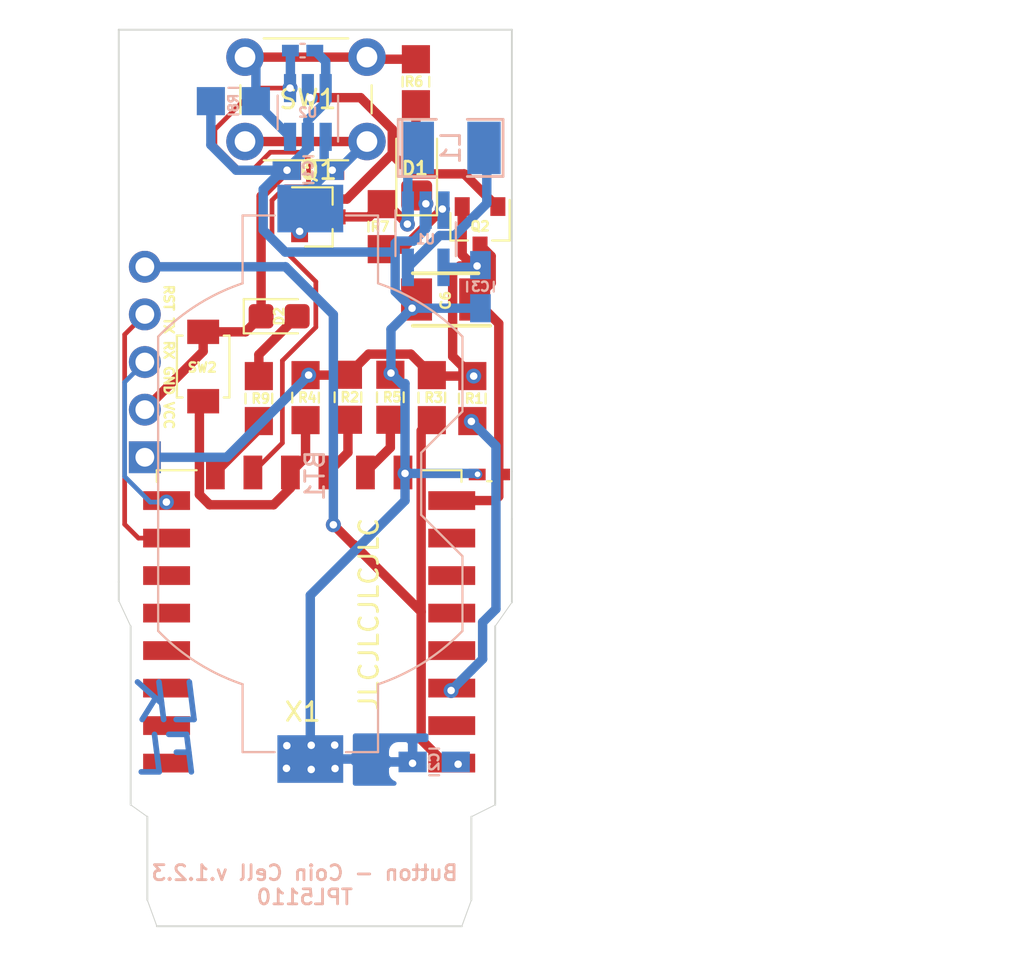
<source format=kicad_pcb>
(kicad_pcb (version 20171130) (host pcbnew "(5.1.9)-1")

  (general
    (thickness 1.6)
    (drawings 23)
    (tracks 195)
    (zones 0)
    (modules 28)
    (nets 21)
  )

  (page A4)
  (layers
    (0 F.Cu signal)
    (31 B.Cu signal)
    (32 B.Adhes user)
    (33 F.Adhes user)
    (34 B.Paste user)
    (35 F.Paste user)
    (36 B.SilkS user)
    (37 F.SilkS user)
    (38 B.Mask user)
    (39 F.Mask user)
    (40 Dwgs.User user)
    (41 Cmts.User user)
    (42 Eco1.User user)
    (43 Eco2.User user)
    (44 Edge.Cuts user)
    (45 Margin user)
    (46 B.CrtYd user hide)
    (47 F.CrtYd user hide)
    (48 B.Fab user hide)
    (49 F.Fab user)
  )

  (setup
    (last_trace_width 0.25)
    (user_trace_width 0.5)
    (trace_clearance 0.1)
    (zone_clearance 0.508)
    (zone_45_only no)
    (trace_min 0.2)
    (via_size 0.8)
    (via_drill 0.4)
    (via_min_size 0.4)
    (via_min_drill 0.3)
    (user_via 0.5 0.3)
    (uvia_size 0.3)
    (uvia_drill 0.1)
    (uvias_allowed no)
    (uvia_min_size 0.2)
    (uvia_min_drill 0.1)
    (edge_width 0.05)
    (segment_width 0.2)
    (pcb_text_width 0.3)
    (pcb_text_size 1.5 1.5)
    (mod_edge_width 0.12)
    (mod_text_size 1 1)
    (mod_text_width 0.15)
    (pad_size 1.524 1.524)
    (pad_drill 0.762)
    (pad_to_mask_clearance 0.051)
    (solder_mask_min_width 0.25)
    (aux_axis_origin 0 0)
    (visible_elements 7FFFFFFF)
    (pcbplotparams
      (layerselection 0x010fc_ffffffff)
      (usegerberextensions false)
      (usegerberattributes false)
      (usegerberadvancedattributes true)
      (creategerberjobfile false)
      (excludeedgelayer true)
      (linewidth 0.150000)
      (plotframeref false)
      (viasonmask false)
      (mode 1)
      (useauxorigin true)
      (hpglpennumber 1)
      (hpglpenspeed 20)
      (hpglpendiameter 15.000000)
      (psnegative false)
      (psa4output false)
      (plotreference true)
      (plotvalue true)
      (plotinvisibletext false)
      (padsonsilk false)
      (subtractmaskfromsilk false)
      (outputformat 1)
      (mirror false)
      (drillshape 0)
      (scaleselection 1)
      (outputdirectory "Gerber/"))
  )

  (net 0 "")
  (net 1 /VCC)
  (net 2 /GND)
  (net 3 /RST)
  (net 4 /RX)
  (net 5 /TX)
  (net 6 /EN)
  (net 7 /GPIO2)
  (net 8 /GPIO0)
  (net 9 "Net-(BT1-Pad1)")
  (net 10 "Net-(L1-Pad2)")
  (net 11 /GPIO15)
  (net 12 /GPIO4)
  (net 13 "Net-(D2-Pad2)")
  (net 14 /GPIO5)
  (net 15 "Net-(D1-Pad2)")
  (net 16 "Net-(R6-Pad2)")
  (net 17 "Net-(R7-Pad1)")
  (net 18 "Net-(L1-Pad1)")
  (net 19 "Net-(Q1-Pad1)")
  (net 20 /ESP_VCC)

  (net_class Default "This is the default net class."
    (clearance 0.1)
    (trace_width 0.25)
    (via_dia 0.8)
    (via_drill 0.4)
    (uvia_dia 0.3)
    (uvia_drill 0.1)
    (add_net /EN)
    (add_net /ESP_VCC)
    (add_net /GND)
    (add_net /GPIO0)
    (add_net /GPIO15)
    (add_net /GPIO2)
    (add_net /GPIO4)
    (add_net /GPIO5)
    (add_net /RST)
    (add_net /RX)
    (add_net /TX)
    (add_net /VCC)
    (add_net "Net-(BT1-Pad1)")
    (add_net "Net-(D1-Pad2)")
    (add_net "Net-(D2-Pad2)")
    (add_net "Net-(L1-Pad1)")
    (add_net "Net-(L1-Pad2)")
    (add_net "Net-(Q1-Pad1)")
    (add_net "Net-(R6-Pad2)")
    (add_net "Net-(R7-Pad1)")
  )

  (module handsolder:SOT-23-6handsoldering (layer B.Cu) (tedit 603591F5) (tstamp 60351443)
    (at 125.65 58.96 90)
    (descr "6-pin SOT-23 package")
    (tags SOT-23-6)
    (path /60350B91)
    (attr smd)
    (fp_text reference U2 (at 0 0 180) (layer B.SilkS)
      (effects (font (size 0.5 0.5) (thickness 0.125)) (justify mirror))
    )
    (fp_text value TPL5110 (at 0 -2.9 -90) (layer B.Fab)
      (effects (font (size 1 1) (thickness 0.15)) (justify mirror))
    )
    (fp_line (start -0.9 -1.61) (end 0.9 -1.61) (layer B.SilkS) (width 0.12))
    (fp_line (start 0.9 1.61) (end -1.55 1.61) (layer B.SilkS) (width 0.12))
    (fp_line (start 1.9 1.8) (end -1.9 1.8) (layer B.CrtYd) (width 0.05))
    (fp_line (start 1.9 -1.8) (end 1.9 1.8) (layer B.CrtYd) (width 0.05))
    (fp_line (start -1.9 -1.8) (end 1.9 -1.8) (layer B.CrtYd) (width 0.05))
    (fp_line (start -1.9 1.8) (end -1.9 -1.8) (layer B.CrtYd) (width 0.05))
    (fp_line (start -0.9 0.9) (end -0.25 1.55) (layer B.Fab) (width 0.1))
    (fp_line (start 0.9 1.55) (end -0.25 1.55) (layer B.Fab) (width 0.1))
    (fp_line (start -0.9 0.9) (end -0.9 -1.55) (layer B.Fab) (width 0.1))
    (fp_line (start 0.9 -1.55) (end -0.9 -1.55) (layer B.Fab) (width 0.1))
    (fp_line (start 0.9 1.55) (end 0.9 -1.55) (layer B.Fab) (width 0.1))
    (fp_text user %R (at 0 0) (layer B.Fab)
      (effects (font (size 0.5 0.5) (thickness 0.075)) (justify mirror))
    )
    (pad 5 smd rect (at 1.3 0 90) (size 1.5 0.65) (layers B.Cu B.Paste B.Mask)
      (net 19 "Net-(Q1-Pad1)"))
    (pad 6 smd rect (at 1.3 0.95 90) (size 1.5 0.65) (layers B.Cu B.Paste B.Mask)
      (net 2 /GND))
    (pad 4 smd rect (at 1.3 -0.95 90) (size 1.5 0.65) (layers B.Cu B.Paste B.Mask)
      (net 12 /GPIO4))
    (pad 3 smd rect (at -1.3 -0.95 90) (size 1.5 0.65) (layers B.Cu B.Paste B.Mask)
      (net 16 "Net-(R6-Pad2)"))
    (pad 2 smd rect (at -1.3 0 90) (size 1.5 0.65) (layers B.Cu B.Paste B.Mask)
      (net 2 /GND))
    (pad 1 smd rect (at -1.3 0.95 90) (size 1.5 0.65) (layers B.Cu B.Paste B.Mask)
      (net 9 "Net-(BT1-Pad1)"))
    (model ${KISYS3DMOD}/Package_TO_SOT_SMD.3dshapes/SOT-23-6.wrl
      (at (xyz 0 0 0))
      (scale (xyz 1 1 1))
      (rotate (xyz 0 0 0))
    )
  )

  (module handsolder:SOT-23 (layer F.Cu) (tedit 6035930F) (tstamp 60357BC9)
    (at 134.82828 65.02908 270)
    (descr "SOT-23, Standard")
    (tags SOT-23)
    (path /6035830D)
    (attr smd)
    (fp_text reference Q2 (at 0 0) (layer F.SilkS)
      (effects (font (size 0.5 0.5) (thickness 0.125)))
    )
    (fp_text value " TSM2323 " (at 0 2.5 90) (layer F.Fab)
      (effects (font (size 1 1) (thickness 0.15)))
    )
    (fp_line (start -0.7 -0.95) (end -0.7 1.5) (layer F.Fab) (width 0.1))
    (fp_line (start -0.15 -1.52) (end 0.7 -1.52) (layer F.Fab) (width 0.1))
    (fp_line (start -0.7 -0.95) (end -0.15 -1.52) (layer F.Fab) (width 0.1))
    (fp_line (start 0.7 -1.52) (end 0.7 1.52) (layer F.Fab) (width 0.1))
    (fp_line (start -0.7 1.52) (end 0.7 1.52) (layer F.Fab) (width 0.1))
    (fp_line (start 0.76 1.58) (end 0.76 0.65) (layer F.SilkS) (width 0.12))
    (fp_line (start 0.76 -1.58) (end 0.76 -0.65) (layer F.SilkS) (width 0.12))
    (fp_line (start -1.7 -1.75) (end 1.7 -1.75) (layer F.CrtYd) (width 0.05))
    (fp_line (start 1.7 -1.75) (end 1.7 1.75) (layer F.CrtYd) (width 0.05))
    (fp_line (start 1.7 1.75) (end -1.7 1.75) (layer F.CrtYd) (width 0.05))
    (fp_line (start -1.7 1.75) (end -1.7 -1.75) (layer F.CrtYd) (width 0.05))
    (fp_line (start 0.76 -1.58) (end -1.4 -1.58) (layer F.SilkS) (width 0.12))
    (fp_line (start 0.76 1.58) (end -0.7 1.58) (layer F.SilkS) (width 0.12))
    (fp_text user %R (at 0 0) (layer F.Fab)
      (effects (font (size 0.5 0.5) (thickness 0.075)))
    )
    (pad 3 smd rect (at 1.05 0 270) (size 1 0.8) (layers F.Cu F.Paste F.Mask)
      (net 20 /ESP_VCC))
    (pad 2 smd rect (at -1.05 0.95 270) (size 1 0.8) (layers F.Cu F.Paste F.Mask)
      (net 1 /VCC))
    (pad 1 smd rect (at -1.05 -0.95 270) (size 1 0.8) (layers F.Cu F.Paste F.Mask)
      (net 19 "Net-(Q1-Pad1)"))
    (model ${KISYS3DMOD}/Package_TO_SOT_SMD.3dshapes/SOT-23.wrl
      (at (xyz 0 0 0))
      (scale (xyz 1 1 1))
      (rotate (xyz 0 0 0))
    )
  )

  (module handsolder:LED_0805_2012Metric_Castellated_mod (layer F.Cu) (tedit 60359125) (tstamp 6032680B)
    (at 124.12 69.83)
    (descr "LED SMD 0805 (2012 Metric), castellated end terminal, IPC_7351 nominal, (Body size source: https://docs.google.com/spreadsheets/d/1BsfQQcO9C6DZCsRaXUlFlo91Tg2WpOkGARC1WS5S8t0/edit?usp=sharing), generated with kicad-footprint-generator")
    (tags "LED castellated")
    (path /6032747F)
    (attr smd)
    (fp_text reference D2 (at 0 0 90) (layer F.SilkS)
      (effects (font (size 0.5 0.5) (thickness 0.125)))
    )
    (fp_text value LED (at 0 1.6 -180) (layer F.Fab)
      (effects (font (size 1 1) (thickness 0.15)))
    )
    (fp_line (start 1 -0.6) (end -0.7 -0.6) (layer F.Fab) (width 0.1))
    (fp_line (start -0.7 -0.6) (end -1 -0.3) (layer F.Fab) (width 0.1))
    (fp_line (start -1 -0.3) (end -1 0.6) (layer F.Fab) (width 0.1))
    (fp_line (start -1 0.6) (end 1 0.6) (layer F.Fab) (width 0.1))
    (fp_line (start 1 0.6) (end 1 -0.6) (layer F.Fab) (width 0.1))
    (fp_line (start 1 -0.91) (end -1.885 -0.91) (layer F.SilkS) (width 0.12))
    (fp_line (start -1.885 -0.91) (end -1.885 0.91) (layer F.SilkS) (width 0.12))
    (fp_line (start -1.885 0.91) (end 1 0.91) (layer F.SilkS) (width 0.12))
    (fp_line (start -1.88 0.9) (end -1.88 -0.9) (layer F.CrtYd) (width 0.05))
    (fp_line (start -1.88 -0.9) (end 1.88 -0.9) (layer F.CrtYd) (width 0.05))
    (fp_line (start 1.88 -0.9) (end 1.88 0.9) (layer F.CrtYd) (width 0.05))
    (fp_line (start 1.88 0.9) (end -1.88 0.9) (layer F.CrtYd) (width 0.05))
    (fp_text user %R (at 0 0 -180) (layer F.Fab)
      (effects (font (size 0.5 0.5) (thickness 0.08)))
    )
    (pad 2 smd roundrect (at 0.9625 0) (size 1.325 1.3) (layers F.Cu F.Paste F.Mask) (roundrect_rratio 0.1923076923076923)
      (net 13 "Net-(D2-Pad2)"))
    (pad 1 smd roundrect (at -0.9625 0) (size 1.325 1.3) (layers F.Cu F.Paste F.Mask) (roundrect_rratio 0.1923076923076923)
      (net 2 /GND))
    (model ${KISYS3DMOD}/LED_SMD.3dshapes/LED_0805_2012Metric_Castellated.wrl
      (at (xyz 0 0 0))
      (scale (xyz 1 1 1))
      (rotate (xyz 0 0 0))
    )
  )

  (module Package_TO_SOT_SMD:SOT-23 (layer F.Cu) (tedit 5A02FF57) (tstamp 60351279)
    (at 126.21 64.53)
    (descr "SOT-23, Standard")
    (tags SOT-23)
    (path /6035BA2A)
    (attr smd)
    (fp_text reference Q1 (at 0 -2.5) (layer F.SilkS)
      (effects (font (size 1 1) (thickness 0.15)))
    )
    (fp_text value " TSM2323 " (at 0 2.5) (layer F.Fab)
      (effects (font (size 1 1) (thickness 0.15)))
    )
    (fp_line (start 0.76 1.58) (end -0.7 1.58) (layer F.SilkS) (width 0.12))
    (fp_line (start 0.76 -1.58) (end -1.4 -1.58) (layer F.SilkS) (width 0.12))
    (fp_line (start -1.7 1.75) (end -1.7 -1.75) (layer F.CrtYd) (width 0.05))
    (fp_line (start 1.7 1.75) (end -1.7 1.75) (layer F.CrtYd) (width 0.05))
    (fp_line (start 1.7 -1.75) (end 1.7 1.75) (layer F.CrtYd) (width 0.05))
    (fp_line (start -1.7 -1.75) (end 1.7 -1.75) (layer F.CrtYd) (width 0.05))
    (fp_line (start 0.76 -1.58) (end 0.76 -0.65) (layer F.SilkS) (width 0.12))
    (fp_line (start 0.76 1.58) (end 0.76 0.65) (layer F.SilkS) (width 0.12))
    (fp_line (start -0.7 1.52) (end 0.7 1.52) (layer F.Fab) (width 0.1))
    (fp_line (start 0.7 -1.52) (end 0.7 1.52) (layer F.Fab) (width 0.1))
    (fp_line (start -0.7 -0.95) (end -0.15 -1.52) (layer F.Fab) (width 0.1))
    (fp_line (start -0.15 -1.52) (end 0.7 -1.52) (layer F.Fab) (width 0.1))
    (fp_line (start -0.7 -0.95) (end -0.7 1.5) (layer F.Fab) (width 0.1))
    (fp_text user %R (at 0 0 90) (layer F.Fab)
      (effects (font (size 0.5 0.5) (thickness 0.075)))
    )
    (pad 3 smd rect (at 1 0) (size 0.9 0.8) (layers F.Cu F.Paste F.Mask)
      (net 18 "Net-(L1-Pad1)"))
    (pad 2 smd rect (at -1 0.95) (size 0.9 0.8) (layers F.Cu F.Paste F.Mask)
      (net 9 "Net-(BT1-Pad1)"))
    (pad 1 smd rect (at -1 -0.95) (size 0.9 0.8) (layers F.Cu F.Paste F.Mask)
      (net 19 "Net-(Q1-Pad1)"))
    (model ${KISYS3DMOD}/Package_TO_SOT_SMD.3dshapes/SOT-23.wrl
      (at (xyz 0 0 0))
      (scale (xyz 1 1 1))
      (rotate (xyz 0 0 0))
    )
  )

  (module handsolder:C_0402_1005Metric_Pad0.74x0.62mm_HandSoldermod (layer F.Cu) (tedit 6036714F) (tstamp 6036CDE2)
    (at 135.32636 78.26756 180)
    (descr "Capacitor SMD 0402 (1005 Metric), square (rectangular) end terminal, IPC_7351 nominal with elongated pad for handsoldering. (Body size source: IPC-SM-782 page 76, https://www.pcb-3d.com/wordpress/wp-content/uploads/ipc-sm-782a_amendment_1_and_2.pdf), generated with kicad-footprint-generator")
    (tags "capacitor handsolder")
    (path /60368209)
    (attr smd)
    (fp_text reference C7 (at 0 0) (layer F.SilkS) hide
      (effects (font (size 0.5 0.5) (thickness 0.125)))
    )
    (fp_text value 100nF (at 0 1.16) (layer F.Fab)
      (effects (font (size 1 1) (thickness 0.15)))
    )
    (fp_line (start -0.5 0.25) (end -0.5 -0.25) (layer F.Fab) (width 0.1))
    (fp_line (start -0.5 -0.25) (end 0.5 -0.25) (layer F.Fab) (width 0.1))
    (fp_line (start 0.5 -0.25) (end 0.5 0.25) (layer F.Fab) (width 0.1))
    (fp_line (start 0.5 0.25) (end -0.5 0.25) (layer F.Fab) (width 0.1))
    (fp_line (start -0.115835 -0.36) (end 0.115835 -0.36) (layer F.SilkS) (width 0.12))
    (fp_line (start -1.08 0.46) (end -1.08 -0.46) (layer F.CrtYd) (width 0.05))
    (fp_line (start -1.08 -0.46) (end 1.08 -0.46) (layer F.CrtYd) (width 0.05))
    (fp_line (start 1.08 -0.46) (end 1.08 0.46) (layer F.CrtYd) (width 0.05))
    (fp_line (start 1.08 0.46) (end -1.08 0.46) (layer F.CrtYd) (width 0.05))
    (fp_text user %R (at 0 0) (layer F.Fab)
      (effects (font (size 0.25 0.25) (thickness 0.04)))
    )
    (pad 2 smd rect (at 0.65 0 180) (size 0.9 0.62) (layers F.Cu F.Paste F.Mask)
      (net 2 /GND))
    (pad 1 smd rect (at -0.65 0 180) (size 0.9 0.62) (layers F.Cu F.Paste F.Mask)
      (net 20 /ESP_VCC))
    (model ${KISYS3DMOD}/Capacitor_SMD.3dshapes/C_0402_1005Metric.wrl
      (at (xyz 0 0 0))
      (scale (xyz 1 1 1))
      (rotate (xyz 0 0 0))
    )
  )

  (module SamacSys_Parts:CAPPM3528X210N (layer F.Cu) (tedit 60364A5B) (tstamp 6036A332)
    (at 132.9938 68.9356 180)
    (descr T495B-10)
    (tags "Capacitor Polarised")
    (path /60365DC7)
    (attr smd)
    (fp_text reference C6 (at 0 -0.05 270) (layer F.SilkS)
      (effects (font (size 0.5 0.5) (thickness 0.125)))
    )
    (fp_text value T495B476K006ATE450 (at 0 0 180) (layer F.SilkS) hide
      (effects (font (size 1.27 1.27) (thickness 0.254)))
    )
    (fp_line (start -2.625 -1.75) (end 2.625 -1.75) (layer F.CrtYd) (width 0.05))
    (fp_line (start 2.625 -1.75) (end 2.625 1.75) (layer F.CrtYd) (width 0.05))
    (fp_line (start 2.625 1.75) (end -2.625 1.75) (layer F.CrtYd) (width 0.05))
    (fp_line (start -2.625 1.75) (end -2.625 -1.75) (layer F.CrtYd) (width 0.05))
    (fp_line (start -1.75 -1.4) (end 1.75 -1.4) (layer F.Fab) (width 0.1))
    (fp_line (start 1.75 -1.4) (end 1.75 1.4) (layer F.Fab) (width 0.1))
    (fp_line (start 1.75 1.4) (end -1.75 1.4) (layer F.Fab) (width 0.1))
    (fp_line (start -1.75 1.4) (end -1.75 -1.4) (layer F.Fab) (width 0.1))
    (fp_line (start -1.75 -0.575) (end -0.925 -1.4) (layer F.Fab) (width 0.1))
    (fp_line (start 1.75 -1.4) (end -2.375 -1.4) (layer F.SilkS) (width 0.2))
    (fp_line (start -1.75 1.4) (end 1.75 1.4) (layer F.SilkS) (width 0.2))
    (fp_text user %R (at 0 0 180) (layer F.Fab)
      (effects (font (size 1.27 1.27) (thickness 0.254)))
    )
    (pad 2 smd rect (at 1.55 0 180) (size 1.65 2.25) (layers F.Cu F.Paste F.Mask)
      (net 2 /GND))
    (pad 1 smd rect (at -1.55 0 180) (size 1.65 2.25) (layers F.Cu F.Paste F.Mask)
      (net 20 /ESP_VCC))
    (model "C:\\Program Files\\KiCad\\SamacSys_Parts.3dshapes\\T495B476K006ATE450.stp"
      (at (xyz 0 0 0))
      (scale (xyz 1 1 1))
      (rotate (xyz 0 0 0))
    )
  )

  (module handsolder:SOT-23-5_HandSolderingmod (layer B.Cu) (tedit 6035922E) (tstamp 60329F06)
    (at 131.93 65.72 270)
    (descr "5-pin SOT23 package")
    (tags "SOT-23-5 hand-soldering")
    (path /6033543B)
    (attr smd)
    (fp_text reference U1 (at 0 0 180) (layer B.SilkS)
      (effects (font (size 0.5 0.5) (thickness 0.125)) (justify mirror))
    )
    (fp_text value TPS61097A (at 10.287 -1.143 90) (layer B.SilkS) hide
      (effects (font (size 1 1) (thickness 0.15)) (justify mirror))
    )
    (fp_line (start 2.38 -1.8) (end -2.38 -1.8) (layer B.CrtYd) (width 0.05))
    (fp_line (start 2.38 -1.8) (end 2.38 1.8) (layer B.CrtYd) (width 0.05))
    (fp_line (start -2.38 1.8) (end -2.38 -1.8) (layer B.CrtYd) (width 0.05))
    (fp_line (start -2.38 1.8) (end 2.38 1.8) (layer B.CrtYd) (width 0.05))
    (fp_line (start 0.9 1.55) (end 0.9 -1.55) (layer B.Fab) (width 0.1))
    (fp_line (start 0.9 -1.55) (end -0.9 -1.55) (layer B.Fab) (width 0.1))
    (fp_line (start -0.9 0.9) (end -0.9 -1.55) (layer B.Fab) (width 0.1))
    (fp_line (start 0.9 1.55) (end -0.25 1.55) (layer B.Fab) (width 0.1))
    (fp_line (start -0.9 0.9) (end -0.25 1.55) (layer B.Fab) (width 0.1))
    (fp_line (start 0.9 1.61) (end -1.55 1.61) (layer B.SilkS) (width 0.12))
    (fp_line (start -0.9 -1.61) (end 0.9 -1.61) (layer B.SilkS) (width 0.12))
    (fp_text user %R (at 0 0) (layer B.Fab)
      (effects (font (size 0.5 0.5) (thickness 0.075)) (justify mirror))
    )
    (pad 5 smd rect (at 1.5 0.95 270) (size 2 0.65) (layers B.Cu B.Paste B.Mask)
      (net 10 "Net-(L1-Pad2)"))
    (pad 4 smd rect (at 1.5 -0.95 270) (size 2 0.65) (layers B.Cu B.Paste B.Mask)
      (net 1 /VCC))
    (pad 3 smd rect (at -1.55 -0.95 270) (size 2 0.65) (layers B.Cu B.Paste B.Mask)
      (net 17 "Net-(R7-Pad1)"))
    (pad 2 smd trapezoid (at -1.55 0 270) (size 2 0.65) (layers B.Cu B.Paste B.Mask)
      (net 2 /GND))
    (pad 1 smd rect (at -1.55 0.95 270) (size 2 0.65) (layers B.Cu B.Paste B.Mask)
      (net 18 "Net-(L1-Pad1)"))
    (model ${KISYS3DMOD}/Package_TO_SOT_SMD.3dshapes/SOT-23-5.wrl
      (at (xyz 0 0 0))
      (scale (xyz 1 1 1))
      (rotate (xyz 0 0 0))
    )
  )

  (module handsolder:C_0805_2012handsodermod (layer F.Cu) (tedit 603591CC) (tstamp 6034EE59)
    (at 125.69 62.01)
    (descr "Capacitor SMD 0805 (2012 Metric), square (rectangular) end terminal, IPC_7351 nominal with elongated pad for handsoldering. (Body size source: https://docs.google.com/spreadsheets/d/1BsfQQcO9C6DZCsRaXUlFlo91Tg2WpOkGARC1WS5S8t0/edit?usp=sharing), generated with kicad-footprint-generator")
    (tags "capacitor handsolder")
    (path /6034F227)
    (attr smd)
    (fp_text reference C5 (at 0 0 90) (layer F.SilkS)
      (effects (font (size 0.5 0.5) (thickness 0.125)))
    )
    (fp_text value 100nF (at 0 1.65) (layer F.Fab) hide
      (effects (font (size 1 1) (thickness 0.15)))
    )
    (fp_line (start 2.05 0.95) (end -2 0.95) (layer F.CrtYd) (width 0.05))
    (fp_line (start 2.05 -0.95) (end 2.05 0.95) (layer F.CrtYd) (width 0.05))
    (fp_line (start -2 -0.95) (end 2.05 -0.95) (layer F.CrtYd) (width 0.05))
    (fp_line (start -2 0.95) (end -2 -0.95) (layer F.CrtYd) (width 0.05))
    (fp_line (start -0.261252 0.71) (end 0.261252 0.71) (layer F.SilkS) (width 0.12))
    (fp_line (start -0.261252 -0.71) (end 0.261252 -0.71) (layer F.SilkS) (width 0.12))
    (fp_line (start 1 0.6) (end -1 0.6) (layer F.Fab) (width 0.1))
    (fp_line (start 1 -0.6) (end 1 0.6) (layer F.Fab) (width 0.1))
    (fp_line (start -1 -0.6) (end 1 -0.6) (layer F.Fab) (width 0.1))
    (fp_line (start -1 0.6) (end -1 -0.6) (layer F.Fab) (width 0.1))
    (fp_text user %R (at 0 0) (layer F.Fab)
      (effects (font (size 0.5 0.5) (thickness 0.08)))
    )
    (pad 2 smd rect (at 1.15 0) (size 1.5 1.1) (layers F.Cu F.Paste F.Mask)
      (net 9 "Net-(BT1-Pad1)"))
    (pad 1 smd rect (at -1.15 0) (size 1.5 1.1) (layers F.Cu F.Paste F.Mask)
      (net 2 /GND))
    (model ${KISYS3DMOD}/Capacitor_SMD.3dshapes/C_0805_2012Metric.wrl
      (at (xyz 0 0 0))
      (scale (xyz 1 1 1))
      (rotate (xyz 0 0 0))
    )
  )

  (module handsolder:C_0805_2012handsodermod (layer B.Cu) (tedit 603591CC) (tstamp 603267C3)
    (at 125.67 62.01)
    (descr "Capacitor SMD 0805 (2012 Metric), square (rectangular) end terminal, IPC_7351 nominal with elongated pad for handsoldering. (Body size source: https://docs.google.com/spreadsheets/d/1BsfQQcO9C6DZCsRaXUlFlo91Tg2WpOkGARC1WS5S8t0/edit?usp=sharing), generated with kicad-footprint-generator")
    (tags "capacitor handsolder")
    (path /602D0C1F)
    (attr smd)
    (fp_text reference C1 (at 0 0 -90) (layer B.SilkS)
      (effects (font (size 0.5 0.5) (thickness 0.125)) (justify mirror))
    )
    (fp_text value 10uF (at 0 -1.65) (layer B.Fab) hide
      (effects (font (size 1 1) (thickness 0.15)) (justify mirror))
    )
    (fp_line (start 2.05 -0.95) (end -2 -0.95) (layer B.CrtYd) (width 0.05))
    (fp_line (start 2.05 0.95) (end 2.05 -0.95) (layer B.CrtYd) (width 0.05))
    (fp_line (start -2 0.95) (end 2.05 0.95) (layer B.CrtYd) (width 0.05))
    (fp_line (start -2 -0.95) (end -2 0.95) (layer B.CrtYd) (width 0.05))
    (fp_line (start -0.261252 -0.71) (end 0.261252 -0.71) (layer B.SilkS) (width 0.12))
    (fp_line (start -0.261252 0.71) (end 0.261252 0.71) (layer B.SilkS) (width 0.12))
    (fp_line (start 1 -0.6) (end -1 -0.6) (layer B.Fab) (width 0.1))
    (fp_line (start 1 0.6) (end 1 -0.6) (layer B.Fab) (width 0.1))
    (fp_line (start -1 0.6) (end 1 0.6) (layer B.Fab) (width 0.1))
    (fp_line (start -1 -0.6) (end -1 0.6) (layer B.Fab) (width 0.1))
    (fp_text user %R (at 0 0) (layer B.Fab)
      (effects (font (size 0.5 0.5) (thickness 0.08)) (justify mirror))
    )
    (pad 2 smd rect (at 1.15 0) (size 1.5 1.1) (layers B.Cu B.Paste B.Mask)
      (net 9 "Net-(BT1-Pad1)"))
    (pad 1 smd rect (at -1.15 0) (size 1.5 1.1) (layers B.Cu B.Paste B.Mask)
      (net 2 /GND))
    (model ${KISYS3DMOD}/Capacitor_SMD.3dshapes/C_0805_2012Metric.wrl
      (at (xyz 0 0 0))
      (scale (xyz 1 1 1))
      (rotate (xyz 0 0 0))
    )
  )

  (module handsolder:C_0805_2012handsodermod (layer B.Cu) (tedit 603591CC) (tstamp 603267E5)
    (at 134.85 68.25 270)
    (descr "Capacitor SMD 0805 (2012 Metric), square (rectangular) end terminal, IPC_7351 nominal with elongated pad for handsoldering. (Body size source: https://docs.google.com/spreadsheets/d/1BsfQQcO9C6DZCsRaXUlFlo91Tg2WpOkGARC1WS5S8t0/edit?usp=sharing), generated with kicad-footprint-generator")
    (tags "capacitor handsolder")
    (path /602E3D4A)
    (attr smd)
    (fp_text reference C3 (at 0 0 180) (layer B.SilkS)
      (effects (font (size 0.5 0.5) (thickness 0.125)) (justify mirror))
    )
    (fp_text value 10uF (at 0 -1.65 90) (layer B.Fab) hide
      (effects (font (size 1 1) (thickness 0.15)) (justify mirror))
    )
    (fp_line (start 2.05 -0.95) (end -2 -0.95) (layer B.CrtYd) (width 0.05))
    (fp_line (start 2.05 0.95) (end 2.05 -0.95) (layer B.CrtYd) (width 0.05))
    (fp_line (start -2 0.95) (end 2.05 0.95) (layer B.CrtYd) (width 0.05))
    (fp_line (start -2 -0.95) (end -2 0.95) (layer B.CrtYd) (width 0.05))
    (fp_line (start -0.261252 -0.71) (end 0.261252 -0.71) (layer B.SilkS) (width 0.12))
    (fp_line (start -0.261252 0.71) (end 0.261252 0.71) (layer B.SilkS) (width 0.12))
    (fp_line (start 1 -0.6) (end -1 -0.6) (layer B.Fab) (width 0.1))
    (fp_line (start 1 0.6) (end 1 -0.6) (layer B.Fab) (width 0.1))
    (fp_line (start -1 0.6) (end 1 0.6) (layer B.Fab) (width 0.1))
    (fp_line (start -1 -0.6) (end -1 0.6) (layer B.Fab) (width 0.1))
    (fp_text user %R (at 0 0 90) (layer B.Fab)
      (effects (font (size 0.5 0.5) (thickness 0.08)) (justify mirror))
    )
    (pad 2 smd rect (at 1.15 0 270) (size 1.5 1.1) (layers B.Cu B.Paste B.Mask)
      (net 2 /GND))
    (pad 1 smd rect (at -1.15 0 270) (size 1.5 1.1) (layers B.Cu B.Paste B.Mask)
      (net 1 /VCC))
    (model ${KISYS3DMOD}/Capacitor_SMD.3dshapes/C_0805_2012Metric.wrl
      (at (xyz 0 0 0))
      (scale (xyz 1 1 1))
      (rotate (xyz 0 0 0))
    )
  )

  (module handsolder:C_0805_2012handsodermod (layer B.Cu) (tedit 603591CC) (tstamp 603267D4)
    (at 132.3848 93.599)
    (descr "Capacitor SMD 0805 (2012 Metric), square (rectangular) end terminal, IPC_7351 nominal with elongated pad for handsoldering. (Body size source: https://docs.google.com/spreadsheets/d/1BsfQQcO9C6DZCsRaXUlFlo91Tg2WpOkGARC1WS5S8t0/edit?usp=sharing), generated with kicad-footprint-generator")
    (tags "capacitor handsolder")
    (path /602C896A)
    (attr smd)
    (fp_text reference C2 (at 0 0 -90) (layer B.SilkS)
      (effects (font (size 0.5 0.5) (thickness 0.125)) (justify mirror))
    )
    (fp_text value 100nF (at 0 -1.65) (layer B.Fab) hide
      (effects (font (size 1 1) (thickness 0.15)) (justify mirror))
    )
    (fp_line (start 2.05 -0.95) (end -2 -0.95) (layer B.CrtYd) (width 0.05))
    (fp_line (start 2.05 0.95) (end 2.05 -0.95) (layer B.CrtYd) (width 0.05))
    (fp_line (start -2 0.95) (end 2.05 0.95) (layer B.CrtYd) (width 0.05))
    (fp_line (start -2 -0.95) (end -2 0.95) (layer B.CrtYd) (width 0.05))
    (fp_line (start -0.261252 -0.71) (end 0.261252 -0.71) (layer B.SilkS) (width 0.12))
    (fp_line (start -0.261252 0.71) (end 0.261252 0.71) (layer B.SilkS) (width 0.12))
    (fp_line (start 1 -0.6) (end -1 -0.6) (layer B.Fab) (width 0.1))
    (fp_line (start 1 0.6) (end 1 -0.6) (layer B.Fab) (width 0.1))
    (fp_line (start -1 0.6) (end 1 0.6) (layer B.Fab) (width 0.1))
    (fp_line (start -1 -0.6) (end -1 0.6) (layer B.Fab) (width 0.1))
    (fp_text user %R (at 0 0) (layer B.Fab)
      (effects (font (size 0.5 0.5) (thickness 0.08)) (justify mirror))
    )
    (pad 2 smd rect (at 1.15 0) (size 1.5 1.1) (layers B.Cu B.Paste B.Mask)
      (net 3 /RST))
    (pad 1 smd rect (at -1.15 0) (size 1.5 1.1) (layers B.Cu B.Paste B.Mask)
      (net 2 /GND))
    (model ${KISYS3DMOD}/Capacitor_SMD.3dshapes/C_0805_2012Metric.wrl
      (at (xyz 0 0 0))
      (scale (xyz 1 1 1))
      (rotate (xyz 0 0 0))
    )
  )

  (module handsolder:R_0805_2012handsoldermod (layer F.Cu) (tedit 60358F22) (tstamp 603268F2)
    (at 123.0376 74.2188 270)
    (descr "Resistor SMD 0805 (2012 Metric), square (rectangular) end terminal, IPC_7351 nominal with elongated pad for handsoldering. (Body size source: https://docs.google.com/spreadsheets/d/1BsfQQcO9C6DZCsRaXUlFlo91Tg2WpOkGARC1WS5S8t0/edit?usp=sharing), generated with kicad-footprint-generator")
    (tags "resistor handsolder")
    (path /60325E7B)
    (attr smd)
    (fp_text reference R9 (at 0 -0.1) (layer F.SilkS)
      (effects (font (size 0.5 0.5) (thickness 0.125)))
    )
    (fp_text value 1k (at 0 1.65 90) (layer F.Fab) hide
      (effects (font (size 1 1) (thickness 0.15)))
    )
    (fp_line (start 2.05 0.95) (end -2.05 0.95) (layer F.CrtYd) (width 0.05))
    (fp_line (start 2.05 -0.95) (end 2.05 0.95) (layer F.CrtYd) (width 0.05))
    (fp_line (start -2.05 -0.95) (end 2.05 -0.95) (layer F.CrtYd) (width 0.05))
    (fp_line (start -2.05 0.95) (end -2.05 -0.95) (layer F.CrtYd) (width 0.05))
    (fp_line (start -0.261252 0.71) (end 0.261252 0.71) (layer F.SilkS) (width 0.12))
    (fp_line (start -0.261252 -0.71) (end 0.261252 -0.71) (layer F.SilkS) (width 0.12))
    (fp_line (start 1 0.6) (end -1 0.6) (layer F.Fab) (width 0.1))
    (fp_line (start 1 -0.6) (end 1 0.6) (layer F.Fab) (width 0.1))
    (fp_line (start -1 -0.6) (end 1 -0.6) (layer F.Fab) (width 0.1))
    (fp_line (start -1 0.6) (end -1 -0.6) (layer F.Fab) (width 0.1))
    (fp_text user %R (at 0 0 90) (layer F.Fab)
      (effects (font (size 0.5 0.5) (thickness 0.08)))
    )
    (pad 2 smd rect (at 1.2 0 270) (size 1.5 1.5) (layers F.Cu F.Paste F.Mask)
      (net 14 /GPIO5))
    (pad 1 smd rect (at -1.2 0 270) (size 1.5 1.5) (layers F.Cu F.Paste F.Mask)
      (net 13 "Net-(D2-Pad2)"))
    (model ${KISYS3DMOD}/Resistor_SMD.3dshapes/R_0805_2012Metric.wrl
      (at (xyz 0 0 0))
      (scale (xyz 1 1 1))
      (rotate (xyz 0 0 0))
    )
  )

  (module handsolder:R_0805_2012handsoldermod (layer B.Cu) (tedit 60358F22) (tstamp 603268E1)
    (at 121.68 58.3565)
    (descr "Resistor SMD 0805 (2012 Metric), square (rectangular) end terminal, IPC_7351 nominal with elongated pad for handsoldering. (Body size source: https://docs.google.com/spreadsheets/d/1BsfQQcO9C6DZCsRaXUlFlo91Tg2WpOkGARC1WS5S8t0/edit?usp=sharing), generated with kicad-footprint-generator")
    (tags "resistor handsolder")
    (path /6031EA78)
    (attr smd)
    (fp_text reference R8 (at 0 0.1 -90) (layer B.SilkS)
      (effects (font (size 0.5 0.5) (thickness 0.125)) (justify mirror))
    )
    (fp_text value 10k (at 0 -1.65) (layer B.Fab) hide
      (effects (font (size 1 1) (thickness 0.15)) (justify mirror))
    )
    (fp_line (start 2.05 -0.95) (end -2.05 -0.95) (layer B.CrtYd) (width 0.05))
    (fp_line (start 2.05 0.95) (end 2.05 -0.95) (layer B.CrtYd) (width 0.05))
    (fp_line (start -2.05 0.95) (end 2.05 0.95) (layer B.CrtYd) (width 0.05))
    (fp_line (start -2.05 -0.95) (end -2.05 0.95) (layer B.CrtYd) (width 0.05))
    (fp_line (start -0.261252 -0.71) (end 0.261252 -0.71) (layer B.SilkS) (width 0.12))
    (fp_line (start -0.261252 0.71) (end 0.261252 0.71) (layer B.SilkS) (width 0.12))
    (fp_line (start 1 -0.6) (end -1 -0.6) (layer B.Fab) (width 0.1))
    (fp_line (start 1 0.6) (end 1 -0.6) (layer B.Fab) (width 0.1))
    (fp_line (start -1 0.6) (end 1 0.6) (layer B.Fab) (width 0.1))
    (fp_line (start -1 -0.6) (end -1 0.6) (layer B.Fab) (width 0.1))
    (fp_text user %R (at 0 0) (layer B.Fab)
      (effects (font (size 0.5 0.5) (thickness 0.08)) (justify mirror))
    )
    (pad 2 smd rect (at 1.2 0) (size 1.5 1.5) (layers B.Cu B.Paste B.Mask)
      (net 16 "Net-(R6-Pad2)"))
    (pad 1 smd rect (at -1.2 0) (size 1.5 1.5) (layers B.Cu B.Paste B.Mask)
      (net 2 /GND))
    (model ${KISYS3DMOD}/Resistor_SMD.3dshapes/R_0805_2012Metric.wrl
      (at (xyz 0 0 0))
      (scale (xyz 1 1 1))
      (rotate (xyz 0 0 0))
    )
  )

  (module handsolder:R_0805_2012handsoldermod (layer F.Cu) (tedit 60358F22) (tstamp 603268D0)
    (at 129.59 65.05 90)
    (descr "Resistor SMD 0805 (2012 Metric), square (rectangular) end terminal, IPC_7351 nominal with elongated pad for handsoldering. (Body size source: https://docs.google.com/spreadsheets/d/1BsfQQcO9C6DZCsRaXUlFlo91Tg2WpOkGARC1WS5S8t0/edit?usp=sharing), generated with kicad-footprint-generator")
    (tags "resistor handsolder")
    (path /602F7A06)
    (attr smd)
    (fp_text reference R7 (at 0 -0.1) (layer F.SilkS)
      (effects (font (size 0.5 0.5) (thickness 0.125)))
    )
    (fp_text value 10k (at 0 1.65 90) (layer F.Fab) hide
      (effects (font (size 1 1) (thickness 0.15)))
    )
    (fp_line (start 2.05 0.95) (end -2.05 0.95) (layer F.CrtYd) (width 0.05))
    (fp_line (start 2.05 -0.95) (end 2.05 0.95) (layer F.CrtYd) (width 0.05))
    (fp_line (start -2.05 -0.95) (end 2.05 -0.95) (layer F.CrtYd) (width 0.05))
    (fp_line (start -2.05 0.95) (end -2.05 -0.95) (layer F.CrtYd) (width 0.05))
    (fp_line (start -0.261252 0.71) (end 0.261252 0.71) (layer F.SilkS) (width 0.12))
    (fp_line (start -0.261252 -0.71) (end 0.261252 -0.71) (layer F.SilkS) (width 0.12))
    (fp_line (start 1 0.6) (end -1 0.6) (layer F.Fab) (width 0.1))
    (fp_line (start 1 -0.6) (end 1 0.6) (layer F.Fab) (width 0.1))
    (fp_line (start -1 -0.6) (end 1 -0.6) (layer F.Fab) (width 0.1))
    (fp_line (start -1 0.6) (end -1 -0.6) (layer F.Fab) (width 0.1))
    (fp_text user %R (at 0 0 90) (layer F.Fab)
      (effects (font (size 0.5 0.5) (thickness 0.08)))
    )
    (pad 2 smd rect (at 1.2 0 90) (size 1.5 1.5) (layers F.Cu F.Paste F.Mask)
      (net 18 "Net-(L1-Pad1)"))
    (pad 1 smd rect (at -1.2 0 90) (size 1.5 1.5) (layers F.Cu F.Paste F.Mask)
      (net 17 "Net-(R7-Pad1)"))
    (model ${KISYS3DMOD}/Resistor_SMD.3dshapes/R_0805_2012Metric.wrl
      (at (xyz 0 0 0))
      (scale (xyz 1 1 1))
      (rotate (xyz 0 0 0))
    )
  )

  (module handsolder:R_0805_2012handsoldermod (layer F.Cu) (tedit 60358F22) (tstamp 603268BF)
    (at 131.41 57.32 90)
    (descr "Resistor SMD 0805 (2012 Metric), square (rectangular) end terminal, IPC_7351 nominal with elongated pad for handsoldering. (Body size source: https://docs.google.com/spreadsheets/d/1BsfQQcO9C6DZCsRaXUlFlo91Tg2WpOkGARC1WS5S8t0/edit?usp=sharing), generated with kicad-footprint-generator")
    (tags "resistor handsolder")
    (path /602D454A)
    (attr smd)
    (fp_text reference R6 (at 0 -0.1) (layer F.SilkS)
      (effects (font (size 0.5 0.5) (thickness 0.125)))
    )
    (fp_text value 1k (at 0 1.65 90) (layer F.Fab) hide
      (effects (font (size 1 1) (thickness 0.15)))
    )
    (fp_line (start 2.05 0.95) (end -2.05 0.95) (layer F.CrtYd) (width 0.05))
    (fp_line (start 2.05 -0.95) (end 2.05 0.95) (layer F.CrtYd) (width 0.05))
    (fp_line (start -2.05 -0.95) (end 2.05 -0.95) (layer F.CrtYd) (width 0.05))
    (fp_line (start -2.05 0.95) (end -2.05 -0.95) (layer F.CrtYd) (width 0.05))
    (fp_line (start -0.261252 0.71) (end 0.261252 0.71) (layer F.SilkS) (width 0.12))
    (fp_line (start -0.261252 -0.71) (end 0.261252 -0.71) (layer F.SilkS) (width 0.12))
    (fp_line (start 1 0.6) (end -1 0.6) (layer F.Fab) (width 0.1))
    (fp_line (start 1 -0.6) (end 1 0.6) (layer F.Fab) (width 0.1))
    (fp_line (start -1 -0.6) (end 1 -0.6) (layer F.Fab) (width 0.1))
    (fp_line (start -1 0.6) (end -1 -0.6) (layer F.Fab) (width 0.1))
    (fp_text user %R (at 0 0 90) (layer F.Fab)
      (effects (font (size 0.5 0.5) (thickness 0.08)))
    )
    (pad 2 smd rect (at 1.2 0 90) (size 1.5 1.5) (layers F.Cu F.Paste F.Mask)
      (net 16 "Net-(R6-Pad2)"))
    (pad 1 smd rect (at -1.2 0 90) (size 1.5 1.5) (layers F.Cu F.Paste F.Mask)
      (net 15 "Net-(D1-Pad2)"))
    (model ${KISYS3DMOD}/Resistor_SMD.3dshapes/R_0805_2012Metric.wrl
      (at (xyz 0 0 0))
      (scale (xyz 1 1 1))
      (rotate (xyz 0 0 0))
    )
  )

  (module handsolder:R_0805_2012handsoldermod (layer F.Cu) (tedit 60358F22) (tstamp 603268AE)
    (at 130.048 74.1488 270)
    (descr "Resistor SMD 0805 (2012 Metric), square (rectangular) end terminal, IPC_7351 nominal with elongated pad for handsoldering. (Body size source: https://docs.google.com/spreadsheets/d/1BsfQQcO9C6DZCsRaXUlFlo91Tg2WpOkGARC1WS5S8t0/edit?usp=sharing), generated with kicad-footprint-generator")
    (tags "resistor handsolder")
    (path /602CA91E)
    (attr smd)
    (fp_text reference R5 (at 0 -0.1) (layer F.SilkS)
      (effects (font (size 0.5 0.5) (thickness 0.125)))
    )
    (fp_text value 4.7k (at 0 1.65 90) (layer F.Fab) hide
      (effects (font (size 1 1) (thickness 0.15)))
    )
    (fp_line (start 2.05 0.95) (end -2.05 0.95) (layer F.CrtYd) (width 0.05))
    (fp_line (start 2.05 -0.95) (end 2.05 0.95) (layer F.CrtYd) (width 0.05))
    (fp_line (start -2.05 -0.95) (end 2.05 -0.95) (layer F.CrtYd) (width 0.05))
    (fp_line (start -2.05 0.95) (end -2.05 -0.95) (layer F.CrtYd) (width 0.05))
    (fp_line (start -0.261252 0.71) (end 0.261252 0.71) (layer F.SilkS) (width 0.12))
    (fp_line (start -0.261252 -0.71) (end 0.261252 -0.71) (layer F.SilkS) (width 0.12))
    (fp_line (start 1 0.6) (end -1 0.6) (layer F.Fab) (width 0.1))
    (fp_line (start 1 -0.6) (end 1 0.6) (layer F.Fab) (width 0.1))
    (fp_line (start -1 -0.6) (end 1 -0.6) (layer F.Fab) (width 0.1))
    (fp_line (start -1 0.6) (end -1 -0.6) (layer F.Fab) (width 0.1))
    (fp_text user %R (at 0 0 90) (layer F.Fab)
      (effects (font (size 0.5 0.5) (thickness 0.08)))
    )
    (pad 2 smd rect (at 1.2 0 270) (size 1.5 1.5) (layers F.Cu F.Paste F.Mask)
      (net 11 /GPIO15))
    (pad 1 smd rect (at -1.2 0 270) (size 1.5 1.5) (layers F.Cu F.Paste F.Mask)
      (net 2 /GND))
    (model ${KISYS3DMOD}/Resistor_SMD.3dshapes/R_0805_2012Metric.wrl
      (at (xyz 0 0 0))
      (scale (xyz 1 1 1))
      (rotate (xyz 0 0 0))
    )
  )

  (module handsolder:R_0805_2012handsoldermod (layer F.Cu) (tedit 60358F22) (tstamp 6032689D)
    (at 125.5268 74.168 270)
    (descr "Resistor SMD 0805 (2012 Metric), square (rectangular) end terminal, IPC_7351 nominal with elongated pad for handsoldering. (Body size source: https://docs.google.com/spreadsheets/d/1BsfQQcO9C6DZCsRaXUlFlo91Tg2WpOkGARC1WS5S8t0/edit?usp=sharing), generated with kicad-footprint-generator")
    (tags "resistor handsolder")
    (path /602CA541)
    (attr smd)
    (fp_text reference R4 (at 0 -0.1) (layer F.SilkS)
      (effects (font (size 0.5 0.5) (thickness 0.125)))
    )
    (fp_text value 10k (at 0 1.65 90) (layer F.Fab) hide
      (effects (font (size 1 1) (thickness 0.15)))
    )
    (fp_line (start 2.05 0.95) (end -2.05 0.95) (layer F.CrtYd) (width 0.05))
    (fp_line (start 2.05 -0.95) (end 2.05 0.95) (layer F.CrtYd) (width 0.05))
    (fp_line (start -2.05 -0.95) (end 2.05 -0.95) (layer F.CrtYd) (width 0.05))
    (fp_line (start -2.05 0.95) (end -2.05 -0.95) (layer F.CrtYd) (width 0.05))
    (fp_line (start -0.261252 0.71) (end 0.261252 0.71) (layer F.SilkS) (width 0.12))
    (fp_line (start -0.261252 -0.71) (end 0.261252 -0.71) (layer F.SilkS) (width 0.12))
    (fp_line (start 1 0.6) (end -1 0.6) (layer F.Fab) (width 0.1))
    (fp_line (start 1 -0.6) (end 1 0.6) (layer F.Fab) (width 0.1))
    (fp_line (start -1 -0.6) (end 1 -0.6) (layer F.Fab) (width 0.1))
    (fp_line (start -1 0.6) (end -1 -0.6) (layer F.Fab) (width 0.1))
    (fp_text user %R (at 0 0 90) (layer F.Fab)
      (effects (font (size 0.5 0.5) (thickness 0.08)))
    )
    (pad 2 smd rect (at 1.2 0 270) (size 1.5 1.5) (layers F.Cu F.Paste F.Mask)
      (net 8 /GPIO0))
    (pad 1 smd rect (at -1.2 0 270) (size 1.5 1.5) (layers F.Cu F.Paste F.Mask)
      (net 1 /VCC))
    (model ${KISYS3DMOD}/Resistor_SMD.3dshapes/R_0805_2012Metric.wrl
      (at (xyz 0 0 0))
      (scale (xyz 1 1 1))
      (rotate (xyz 0 0 0))
    )
  )

  (module handsolder:R_0805_2012handsoldermod (layer F.Cu) (tedit 60358F22) (tstamp 6032688C)
    (at 132.2578 74.168 270)
    (descr "Resistor SMD 0805 (2012 Metric), square (rectangular) end terminal, IPC_7351 nominal with elongated pad for handsoldering. (Body size source: https://docs.google.com/spreadsheets/d/1BsfQQcO9C6DZCsRaXUlFlo91Tg2WpOkGARC1WS5S8t0/edit?usp=sharing), generated with kicad-footprint-generator")
    (tags "resistor handsolder")
    (path /602C7954)
    (attr smd)
    (fp_text reference R3 (at 0 -0.1) (layer F.SilkS)
      (effects (font (size 0.5 0.5) (thickness 0.125)))
    )
    (fp_text value 10k (at 0 1.65 90) (layer F.Fab) hide
      (effects (font (size 1 1) (thickness 0.15)))
    )
    (fp_line (start 2.05 0.95) (end -2.05 0.95) (layer F.CrtYd) (width 0.05))
    (fp_line (start 2.05 -0.95) (end 2.05 0.95) (layer F.CrtYd) (width 0.05))
    (fp_line (start -2.05 -0.95) (end 2.05 -0.95) (layer F.CrtYd) (width 0.05))
    (fp_line (start -2.05 0.95) (end -2.05 -0.95) (layer F.CrtYd) (width 0.05))
    (fp_line (start -0.261252 0.71) (end 0.261252 0.71) (layer F.SilkS) (width 0.12))
    (fp_line (start -0.261252 -0.71) (end 0.261252 -0.71) (layer F.SilkS) (width 0.12))
    (fp_line (start 1 0.6) (end -1 0.6) (layer F.Fab) (width 0.1))
    (fp_line (start 1 -0.6) (end 1 0.6) (layer F.Fab) (width 0.1))
    (fp_line (start -1 -0.6) (end 1 -0.6) (layer F.Fab) (width 0.1))
    (fp_line (start -1 0.6) (end -1 -0.6) (layer F.Fab) (width 0.1))
    (fp_text user %R (at 0 0 90) (layer F.Fab)
      (effects (font (size 0.5 0.5) (thickness 0.08)))
    )
    (pad 2 smd rect (at 1.2 0 270) (size 1.5 1.5) (layers F.Cu F.Paste F.Mask)
      (net 3 /RST))
    (pad 1 smd rect (at -1.2 0 270) (size 1.5 1.5) (layers F.Cu F.Paste F.Mask)
      (net 1 /VCC))
    (model ${KISYS3DMOD}/Resistor_SMD.3dshapes/R_0805_2012Metric.wrl
      (at (xyz 0 0 0))
      (scale (xyz 1 1 1))
      (rotate (xyz 0 0 0))
    )
  )

  (module handsolder:R_0805_2012handsoldermod (layer F.Cu) (tedit 60358F22) (tstamp 6032687B)
    (at 127.7874 74.1488 270)
    (descr "Resistor SMD 0805 (2012 Metric), square (rectangular) end terminal, IPC_7351 nominal with elongated pad for handsoldering. (Body size source: https://docs.google.com/spreadsheets/d/1BsfQQcO9C6DZCsRaXUlFlo91Tg2WpOkGARC1WS5S8t0/edit?usp=sharing), generated with kicad-footprint-generator")
    (tags "resistor handsolder")
    (path /602CC605)
    (attr smd)
    (fp_text reference R2 (at 0 -0.1) (layer F.SilkS)
      (effects (font (size 0.5 0.5) (thickness 0.125)))
    )
    (fp_text value 10k (at 0 1.65 90) (layer F.Fab) hide
      (effects (font (size 1 1) (thickness 0.15)))
    )
    (fp_line (start 2.05 0.95) (end -2.05 0.95) (layer F.CrtYd) (width 0.05))
    (fp_line (start 2.05 -0.95) (end 2.05 0.95) (layer F.CrtYd) (width 0.05))
    (fp_line (start -2.05 -0.95) (end 2.05 -0.95) (layer F.CrtYd) (width 0.05))
    (fp_line (start -2.05 0.95) (end -2.05 -0.95) (layer F.CrtYd) (width 0.05))
    (fp_line (start -0.261252 0.71) (end 0.261252 0.71) (layer F.SilkS) (width 0.12))
    (fp_line (start -0.261252 -0.71) (end 0.261252 -0.71) (layer F.SilkS) (width 0.12))
    (fp_line (start 1 0.6) (end -1 0.6) (layer F.Fab) (width 0.1))
    (fp_line (start 1 -0.6) (end 1 0.6) (layer F.Fab) (width 0.1))
    (fp_line (start -1 -0.6) (end 1 -0.6) (layer F.Fab) (width 0.1))
    (fp_line (start -1 0.6) (end -1 -0.6) (layer F.Fab) (width 0.1))
    (fp_text user %R (at 0 0 90) (layer F.Fab)
      (effects (font (size 0.5 0.5) (thickness 0.08)))
    )
    (pad 2 smd rect (at 1.2 0 270) (size 1.5 1.5) (layers F.Cu F.Paste F.Mask)
      (net 7 /GPIO2))
    (pad 1 smd rect (at -1.2 0 270) (size 1.5 1.5) (layers F.Cu F.Paste F.Mask)
      (net 1 /VCC))
    (model ${KISYS3DMOD}/Resistor_SMD.3dshapes/R_0805_2012Metric.wrl
      (at (xyz 0 0 0))
      (scale (xyz 1 1 1))
      (rotate (xyz 0 0 0))
    )
  )

  (module handsolder:R_0805_2012handsoldermod (layer F.Cu) (tedit 60358F22) (tstamp 6032686A)
    (at 134.4168 74.2188 270)
    (descr "Resistor SMD 0805 (2012 Metric), square (rectangular) end terminal, IPC_7351 nominal with elongated pad for handsoldering. (Body size source: https://docs.google.com/spreadsheets/d/1BsfQQcO9C6DZCsRaXUlFlo91Tg2WpOkGARC1WS5S8t0/edit?usp=sharing), generated with kicad-footprint-generator")
    (tags "resistor handsolder")
    (path /602C727C)
    (attr smd)
    (fp_text reference R1 (at 0 -0.1) (layer F.SilkS)
      (effects (font (size 0.5 0.5) (thickness 0.125)))
    )
    (fp_text value 10k (at 0 1.65 90) (layer F.Fab) hide
      (effects (font (size 1 1) (thickness 0.15)))
    )
    (fp_line (start 2.05 0.95) (end -2.05 0.95) (layer F.CrtYd) (width 0.05))
    (fp_line (start 2.05 -0.95) (end 2.05 0.95) (layer F.CrtYd) (width 0.05))
    (fp_line (start -2.05 -0.95) (end 2.05 -0.95) (layer F.CrtYd) (width 0.05))
    (fp_line (start -2.05 0.95) (end -2.05 -0.95) (layer F.CrtYd) (width 0.05))
    (fp_line (start -0.261252 0.71) (end 0.261252 0.71) (layer F.SilkS) (width 0.12))
    (fp_line (start -0.261252 -0.71) (end 0.261252 -0.71) (layer F.SilkS) (width 0.12))
    (fp_line (start 1 0.6) (end -1 0.6) (layer F.Fab) (width 0.1))
    (fp_line (start 1 -0.6) (end 1 0.6) (layer F.Fab) (width 0.1))
    (fp_line (start -1 -0.6) (end 1 -0.6) (layer F.Fab) (width 0.1))
    (fp_line (start -1 0.6) (end -1 -0.6) (layer F.Fab) (width 0.1))
    (fp_text user %R (at 0 0 90) (layer F.Fab)
      (effects (font (size 0.5 0.5) (thickness 0.08)))
    )
    (pad 2 smd rect (at 1.2 0 270) (size 1.5 1.5) (layers F.Cu F.Paste F.Mask)
      (net 6 /EN))
    (pad 1 smd rect (at -1.2 0 270) (size 1.5 1.5) (layers F.Cu F.Paste F.Mask)
      (net 1 /VCC))
    (model ${KISYS3DMOD}/Resistor_SMD.3dshapes/R_0805_2012Metric.wrl
      (at (xyz 0 0 0))
      (scale (xyz 1 1 1))
      (rotate (xyz 0 0 0))
    )
  )

  (module handsolder:SW_SPST_B3U-1000P_mod (layer F.Cu) (tedit 60353A91) (tstamp 6032692A)
    (at 120.07 72.51 90)
    (descr "Ultra-small-sized Tactile Switch with High Contact Reliability, Top-actuated Model, without Ground Terminal, without Boss")
    (tags "Tactile Switch")
    (path /602CDBD4)
    (attr smd)
    (fp_text reference SW2 (at -0.05 -0.05) (layer F.SilkS)
      (effects (font (size 0.5 0.5) (thickness 0.125)))
    )
    (fp_text value SW_Push (at 0 2.5 90) (layer F.Fab)
      (effects (font (size 1 1) (thickness 0.15)))
    )
    (fp_circle (center 0 0) (end 0.75 0) (layer F.Fab) (width 0.1))
    (fp_line (start -1.5 1.25) (end -1.5 -1.25) (layer F.Fab) (width 0.1))
    (fp_line (start 1.5 1.25) (end -1.5 1.25) (layer F.Fab) (width 0.1))
    (fp_line (start 1.5 -1.25) (end 1.5 1.25) (layer F.Fab) (width 0.1))
    (fp_line (start -1.5 -1.25) (end 1.5 -1.25) (layer F.Fab) (width 0.1))
    (fp_line (start 1.65 -1.4) (end 1.65 -1.1) (layer F.SilkS) (width 0.12))
    (fp_line (start -1.65 -1.4) (end 1.65 -1.4) (layer F.SilkS) (width 0.12))
    (fp_line (start -1.65 -1.1) (end -1.65 -1.4) (layer F.SilkS) (width 0.12))
    (fp_line (start 1.65 1.4) (end 1.65 1.1) (layer F.SilkS) (width 0.12))
    (fp_line (start -1.65 1.4) (end 1.65 1.4) (layer F.SilkS) (width 0.12))
    (fp_line (start -1.65 1.1) (end -1.65 1.4) (layer F.SilkS) (width 0.12))
    (fp_line (start -2.5 -1.65) (end -2.5 1.65) (layer F.CrtYd) (width 0.05))
    (fp_line (start 2.5 -1.65) (end -2.5 -1.65) (layer F.CrtYd) (width 0.05))
    (fp_line (start 2.5 1.65) (end 2.5 -1.65) (layer F.CrtYd) (width 0.05))
    (fp_line (start -2.5 1.65) (end 2.5 1.65) (layer F.CrtYd) (width 0.05))
    (fp_text user %R (at 0 -2.5 90) (layer F.Fab)
      (effects (font (size 1 1) (thickness 0.15)))
    )
    (pad 2 smd rect (at 1.85 0 90) (size 1.3 1.7) (layers F.Cu F.Paste F.Mask)
      (net 2 /GND))
    (pad 1 smd rect (at -1.85 0 90) (size 1.3 1.7) (layers F.Cu F.Paste F.Mask)
      (net 8 /GPIO0))
    (model ${KISYS3DMOD}/Button_Switch_SMD.3dshapes/SW_SPST_B3U-1000P.wrl
      (at (xyz 0 0 0))
      (scale (xyz 1 1 1))
      (rotate (xyz 0 0 0))
    )
  )

  (module handsolder:SW_PUSH_6mm_H8mm_mod (layer F.Cu) (tedit 60353762) (tstamp 60326911)
    (at 128.8 60.51 180)
    (descr "tactile push button, 6x6mm e.g. PHAP33xx series, height=8mm")
    (tags "tact sw push 6mm")
    (path /602CFCB7)
    (fp_text reference SW1 (at 3.15 2.25) (layer F.SilkS)
      (effects (font (size 1 1) (thickness 0.15)))
    )
    (fp_text value SW_Push (at 3.75 6.7) (layer F.Fab)
      (effects (font (size 1 1) (thickness 0.15)))
    )
    (fp_circle (center 3.25 2.25) (end 1.25 2.5) (layer F.Fab) (width 0.1))
    (fp_line (start 6.75 3) (end 6.75 1.5) (layer F.SilkS) (width 0.12))
    (fp_line (start 5.5 -1) (end 1 -1) (layer F.SilkS) (width 0.12))
    (fp_line (start -0.25 1.5) (end -0.25 3) (layer F.SilkS) (width 0.12))
    (fp_line (start 1 5.5) (end 5.5 5.5) (layer F.SilkS) (width 0.12))
    (fp_line (start 8 -1.25) (end 8 5.75) (layer F.CrtYd) (width 0.05))
    (fp_line (start 7.75 6) (end -1.25 6) (layer F.CrtYd) (width 0.05))
    (fp_line (start -1.5 5.75) (end -1.5 -1.25) (layer F.CrtYd) (width 0.05))
    (fp_line (start -1.25 -1.5) (end 7.75 -1.5) (layer F.CrtYd) (width 0.05))
    (fp_line (start -1.5 6) (end -1.25 6) (layer F.CrtYd) (width 0.05))
    (fp_line (start -1.5 5.75) (end -1.5 6) (layer F.CrtYd) (width 0.05))
    (fp_line (start -1.5 -1.5) (end -1.25 -1.5) (layer F.CrtYd) (width 0.05))
    (fp_line (start -1.5 -1.25) (end -1.5 -1.5) (layer F.CrtYd) (width 0.05))
    (fp_line (start 8 -1.5) (end 8 -1.25) (layer F.CrtYd) (width 0.05))
    (fp_line (start 7.75 -1.5) (end 8 -1.5) (layer F.CrtYd) (width 0.05))
    (fp_line (start 8 6) (end 8 5.75) (layer F.CrtYd) (width 0.05))
    (fp_line (start 7.75 6) (end 8 6) (layer F.CrtYd) (width 0.05))
    (fp_line (start 0.25 -0.75) (end 3.25 -0.75) (layer F.Fab) (width 0.1))
    (fp_line (start 0.25 5.25) (end 0.25 -0.75) (layer F.Fab) (width 0.1))
    (fp_line (start 6.25 5.25) (end 0.25 5.25) (layer F.Fab) (width 0.1))
    (fp_line (start 6.25 -0.75) (end 6.25 5.25) (layer F.Fab) (width 0.1))
    (fp_line (start 3.25 -0.75) (end 6.25 -0.75) (layer F.Fab) (width 0.1))
    (fp_text user %R (at 3.25 2.25) (layer F.Fab)
      (effects (font (size 1 1) (thickness 0.15)))
    )
    (pad 1 thru_hole circle (at 6.5 0 270) (size 2 2) (drill 1.1) (layers *.Cu *.Mask)
      (net 9 "Net-(BT1-Pad1)"))
    (pad 2 thru_hole circle (at 6.5 4.5 270) (size 2 2) (drill 1.1) (layers *.Cu *.Mask)
      (net 16 "Net-(R6-Pad2)"))
    (pad 1 thru_hole circle (at 0 0 270) (size 2 2) (drill 1.1) (layers *.Cu *.Mask)
      (net 9 "Net-(BT1-Pad1)"))
    (pad 2 thru_hole circle (at 0 4.5 270) (size 2 2) (drill 1.1) (layers *.Cu *.Mask)
      (net 16 "Net-(R6-Pad2)"))
    (model ${KISYS3DMOD}/Button_Switch_THT.3dshapes/SW_PUSH_6mm_H8mm.wrl
      (at (xyz 0 0 0))
      (scale (xyz 1 1 1))
      (rotate (xyz 0 0 0))
    )
  )

  (module handsolder:PinSocket_1x05_P2.54mm_Vertical_mod (layer F.Cu) (tedit 603537B0) (tstamp 60326824)
    (at 116.96 77.35 180)
    (descr "Through hole straight socket strip, 1x05, 2.54mm pitch, single row (from Kicad 4.0.7), script generated")
    (tags "Through hole socket strip THT 1x05 2.54mm single row")
    (path /60301345)
    (fp_text reference J1 (at 0 -2.77) (layer F.SilkS) hide
      (effects (font (size 1 1) (thickness 0.15)))
    )
    (fp_text value Conn_01x05_Female (at 0 12.93) (layer F.Fab)
      (effects (font (size 1 1) (thickness 0.15)))
    )
    (fp_line (start -1.8 11.9) (end -1.8 -1.8) (layer F.CrtYd) (width 0.05))
    (fp_line (start 1.75 11.9) (end -1.8 11.9) (layer F.CrtYd) (width 0.05))
    (fp_line (start 1.75 -1.8) (end 1.75 11.9) (layer F.CrtYd) (width 0.05))
    (fp_line (start -1.8 -1.8) (end 1.75 -1.8) (layer F.CrtYd) (width 0.05))
    (fp_line (start -1.27 11.43) (end -1.27 -1.27) (layer F.Fab) (width 0.1))
    (fp_line (start 1.27 11.43) (end -1.27 11.43) (layer F.Fab) (width 0.1))
    (fp_line (start 1.27 -0.635) (end 1.27 11.43) (layer F.Fab) (width 0.1))
    (fp_line (start 0.635 -1.27) (end 1.27 -0.635) (layer F.Fab) (width 0.1))
    (fp_line (start -1.27 -1.27) (end 0.635 -1.27) (layer F.Fab) (width 0.1))
    (fp_text user %R (at 0 5.08 90) (layer F.Fab)
      (effects (font (size 1 1) (thickness 0.15)))
    )
    (pad 5 thru_hole oval (at 0 10.16 180) (size 1.7 1.7) (drill 1) (layers *.Cu *.Mask)
      (net 3 /RST))
    (pad 4 thru_hole oval (at 0 7.62 180) (size 1.7 1.7) (drill 1) (layers *.Cu *.Mask)
      (net 5 /TX))
    (pad 3 thru_hole oval (at 0 5.08 180) (size 1.7 1.7) (drill 1) (layers *.Cu *.Mask)
      (net 4 /RX))
    (pad 2 thru_hole oval (at 0 2.54 180) (size 1.7 1.7) (drill 1) (layers *.Cu *.Mask)
      (net 2 /GND))
    (pad 1 thru_hole rect (at 0 0 180) (size 1.7 1.7) (drill 1) (layers *.Cu *.Mask)
      (net 1 /VCC))
    (model ${KISYS3DMOD}/Connector_PinSocket_2.54mm.3dshapes/PinSocket_1x05_P2.54mm_Vertical.wrl
      (at (xyz 0 0 0))
      (scale (xyz 1 1 1))
      (rotate (xyz 0 0 0))
    )
  )

  (module handsolder:ESP-12Elesssilk (layer F.Cu) (tedit 60343770) (tstamp 603269A6)
    (at 125.72 90.16 180)
    (descr "Wi-Fi Module, http://wiki.ai-thinker.com/_media/esp8266/docs/aithinker_esp_12f_datasheet_en.pdf")
    (tags "Wi-Fi Module")
    (path /602C0443)
    (attr smd)
    (fp_text reference X1 (at 0.34 -0.77) (layer F.SilkS)
      (effects (font (size 1 1) (thickness 0.15)))
    )
    (fp_text value ESP-12E (at -0.06 -12.78) (layer F.Fab)
      (effects (font (size 1 1) (thickness 0.15)))
    )
    (fp_line (start -8 -12) (end 8 -12) (layer F.Fab) (width 0.12))
    (fp_line (start 8 -12) (end 8 12) (layer F.Fab) (width 0.12))
    (fp_line (start 8 12) (end -8 12) (layer F.Fab) (width 0.12))
    (fp_line (start -8 12) (end -8 -3) (layer F.Fab) (width 0.12))
    (fp_line (start -8 -3) (end -7.5 -3.5) (layer F.Fab) (width 0.12))
    (fp_line (start -7.5 -3.5) (end -8 -4) (layer F.Fab) (width 0.12))
    (fp_line (start -8 -4) (end -8 -12) (layer F.Fab) (width 0.12))
    (fp_line (start -9.05 -12.2) (end 9.05 -12.2) (layer F.CrtYd) (width 0.05))
    (fp_line (start 9.05 -12.2) (end 9.05 13.1) (layer F.CrtYd) (width 0.05))
    (fp_line (start 9.05 13.1) (end -9.05 13.1) (layer F.CrtYd) (width 0.05))
    (fp_line (start -9.05 13.1) (end -9.05 -12.2) (layer F.CrtYd) (width 0.05))
    (fp_line (start 8.12 11.5) (end 8.12 12.12) (layer F.SilkS) (width 0.12))
    (fp_line (start 8.12 12.12) (end 6 12.12) (layer F.SilkS) (width 0.12))
    (fp_line (start -6 12.12) (end -8.12 12.12) (layer F.SilkS) (width 0.12))
    (fp_line (start -8.12 12.12) (end -8.12 11.5) (layer F.SilkS) (width 0.12))
    (fp_line (start -8.12 -12.12) (end 8.12 -12.12) (layer Dwgs.User) (width 0.12))
    (fp_line (start 8.12 -12.12) (end 8.12 -4.8) (layer Dwgs.User) (width 0.12))
    (fp_line (start 8.12 -4.8) (end -8.12 -4.8) (layer Dwgs.User) (width 0.12))
    (fp_line (start -8.12 -4.8) (end -8.12 -12.12) (layer Dwgs.User) (width 0.12))
    (fp_line (start -8.12 -9.12) (end -5.12 -12.12) (layer Dwgs.User) (width 0.12))
    (fp_line (start -8.12 -6.12) (end -2.12 -12.12) (layer Dwgs.User) (width 0.12))
    (fp_line (start -6.44 -4.8) (end 0.88 -12.12) (layer Dwgs.User) (width 0.12))
    (fp_line (start -3.44 -4.8) (end 3.88 -12.12) (layer Dwgs.User) (width 0.12))
    (fp_line (start -0.44 -4.8) (end 6.88 -12.12) (layer Dwgs.User) (width 0.12))
    (fp_line (start 2.56 -4.8) (end 8.12 -10.36) (layer Dwgs.User) (width 0.12))
    (fp_line (start 5.56 -4.8) (end 8.12 -7.36) (layer Dwgs.User) (width 0.12))
    (fp_text user %R (at 0.49 -0.8) (layer F.Fab)
      (effects (font (size 1 1) (thickness 0.15)))
    )
    (fp_text user "KEEP-OUT ZONE" (at 0.03 -9.55 180) (layer Cmts.User)
      (effects (font (size 1 1) (thickness 0.15)))
    )
    (fp_text user Antenna (at -0.06 -7 180) (layer Cmts.User)
      (effects (font (size 1 1) (thickness 0.15)))
    )
    (pad 22 smd rect (at 7.6 -3.5 180) (size 2.5 1) (layers F.Cu F.Paste F.Mask))
    (pad 21 smd rect (at 7.6 -1.5 180) (size 2.5 1) (layers F.Cu F.Paste F.Mask))
    (pad 20 smd rect (at 7.6 0.5 180) (size 2.5 1) (layers F.Cu F.Paste F.Mask))
    (pad 19 smd rect (at 7.6 2.5 180) (size 2.5 1) (layers F.Cu F.Paste F.Mask))
    (pad 18 smd rect (at 7.6 4.5 180) (size 2.5 1) (layers F.Cu F.Paste F.Mask))
    (pad 17 smd rect (at 7.6 6.5 180) (size 2.5 1) (layers F.Cu F.Paste F.Mask))
    (pad 16 smd rect (at 7.6 8.5 180) (size 2.5 1) (layers F.Cu F.Paste F.Mask)
      (net 5 /TX))
    (pad 15 smd rect (at 7.6 10.5 180) (size 2.5 1) (layers F.Cu F.Paste F.Mask)
      (net 4 /RX))
    (pad 14 smd rect (at 5 12 180) (size 1 1.8) (layers F.Cu F.Paste F.Mask)
      (net 14 /GPIO5))
    (pad 13 smd rect (at 3 12 180) (size 1 1.8) (layers F.Cu F.Paste F.Mask)
      (net 12 /GPIO4))
    (pad 12 smd rect (at 1 12 180) (size 1 1.8) (layers F.Cu F.Paste F.Mask)
      (net 8 /GPIO0))
    (pad 11 smd rect (at -1 12 180) (size 1 1.8) (layers F.Cu F.Paste F.Mask)
      (net 7 /GPIO2))
    (pad 10 smd rect (at -3 12 180) (size 1 1.8) (layers F.Cu F.Paste F.Mask)
      (net 11 /GPIO15))
    (pad 9 smd rect (at -5 12 180) (size 1 1.8) (layers F.Cu F.Paste F.Mask)
      (net 2 /GND))
    (pad 8 smd rect (at -7.6 10.5 180) (size 2.5 1) (layers F.Cu F.Paste F.Mask)
      (net 20 /ESP_VCC))
    (pad 7 smd rect (at -7.6 8.5 180) (size 2.5 1) (layers F.Cu F.Paste F.Mask))
    (pad 6 smd rect (at -7.6 6.5 180) (size 2.5 1) (layers F.Cu F.Paste F.Mask))
    (pad 5 smd rect (at -7.6 4.5 180) (size 2.5 1) (layers F.Cu F.Paste F.Mask))
    (pad 4 smd rect (at -7.6 2.5 180) (size 2.5 1) (layers F.Cu F.Paste F.Mask))
    (pad 3 smd rect (at -7.6 0.5 180) (size 2.5 1) (layers F.Cu F.Paste F.Mask)
      (net 6 /EN))
    (pad 2 smd rect (at -7.6 -1.5 180) (size 2.5 1) (layers F.Cu F.Paste F.Mask))
    (pad 1 smd rect (at -7.6 -3.5 180) (size 2.5 1) (layers F.Cu F.Paste F.Mask)
      (net 3 /RST))
    (model ${KISYS3DMOD}/RF_Module.3dshapes/ESP-12E.wrl
      (at (xyz 0 0 0))
      (scale (xyz 1 1 1))
      (rotate (xyz 0 0 0))
    )
  )

  (module handsolder:C_0402_1005Metric_Pad0.74x0.62mm_HandSoldermod (layer B.Cu) (tedit 60342830) (tstamp 60343322)
    (at 125.37 55.66)
    (descr "Capacitor SMD 0402 (1005 Metric), square (rectangular) end terminal, IPC_7351 nominal with elongated pad for handsoldering. (Body size source: IPC-SM-782 page 76, https://www.pcb-3d.com/wordpress/wp-content/uploads/ipc-sm-782a_amendment_1_and_2.pdf), generated with kicad-footprint-generator")
    (tags "capacitor handsolder")
    (path /603444C4)
    (attr smd)
    (fp_text reference C4 (at 1.76 -0.49) (layer B.SilkS) hide
      (effects (font (size 0.6 0.6) (thickness 0.15)) (justify mirror))
    )
    (fp_text value "10nf -100nf" (at 0 -1.16) (layer B.Fab)
      (effects (font (size 1 1) (thickness 0.15)) (justify mirror))
    )
    (fp_line (start 1.08 -0.46) (end -1.08 -0.46) (layer B.CrtYd) (width 0.05))
    (fp_line (start 1.08 0.46) (end 1.08 -0.46) (layer B.CrtYd) (width 0.05))
    (fp_line (start -1.08 0.46) (end 1.08 0.46) (layer B.CrtYd) (width 0.05))
    (fp_line (start -1.08 -0.46) (end -1.08 0.46) (layer B.CrtYd) (width 0.05))
    (fp_line (start -0.115835 -0.36) (end 0.115835 -0.36) (layer B.SilkS) (width 0.12))
    (fp_line (start -0.115835 0.36) (end 0.115835 0.36) (layer B.SilkS) (width 0.12))
    (fp_line (start 0.5 -0.25) (end -0.5 -0.25) (layer B.Fab) (width 0.1))
    (fp_line (start 0.5 0.25) (end 0.5 -0.25) (layer B.Fab) (width 0.1))
    (fp_line (start -0.5 0.25) (end 0.5 0.25) (layer B.Fab) (width 0.1))
    (fp_line (start -0.5 -0.25) (end -0.5 0.25) (layer B.Fab) (width 0.1))
    (fp_text user %R (at 0 0) (layer B.Fab)
      (effects (font (size 0.25 0.25) (thickness 0.04)) (justify mirror))
    )
    (pad 2 smd rect (at 0.65 0) (size 0.9 0.62) (layers B.Cu B.Paste B.Mask)
      (net 2 /GND))
    (pad 1 smd rect (at -0.65 0) (size 0.9 0.62) (layers B.Cu B.Paste B.Mask)
      (net 12 /GPIO4))
    (model ${KISYS3DMOD}/Capacitor_SMD.3dshapes/C_0402_1005Metric.wrl
      (at (xyz 0 0 0))
      (scale (xyz 1 1 1))
      (rotate (xyz 0 0 0))
    )
  )

  (module handsolder:SMD-1210_Pol_inductor (layer B.Cu) (tedit 592F1991) (tstamp 60341854)
    (at 133.262 60.85)
    (tags "CMS SM")
    (path /602E234D)
    (attr smd)
    (fp_text reference L1 (at 0.015 -0.015 -90) (layer B.SilkS)
      (effects (font (size 1 1) (thickness 0.15)) (justify mirror))
    )
    (fp_text value "4.7 uH" (at 0 -0.762) (layer B.Fab)
      (effects (font (size 1 1) (thickness 0.15)) (justify mirror))
    )
    (fp_line (start -2.794 -1.524) (end -0.762 -1.524) (layer B.SilkS) (width 0.15))
    (fp_line (start -2.594 1.524) (end -2.594 -1.524) (layer B.SilkS) (width 0.15))
    (fp_line (start -0.762 1.524) (end -2.794 1.524) (layer B.SilkS) (width 0.15))
    (fp_line (start 2.794 1.524) (end 0.889 1.524) (layer B.SilkS) (width 0.15))
    (fp_line (start 2.794 -1.524) (end 2.794 1.524) (layer B.SilkS) (width 0.15))
    (fp_line (start 0.889 -1.524) (end 2.794 -1.524) (layer B.SilkS) (width 0.15))
    (fp_line (start -2.794 1.524) (end -2.794 -1.524) (layer B.SilkS) (width 0.15))
    (pad 1 smd rect (at -1.778 0) (size 1.778 2.794) (layers B.Cu B.Paste B.Mask)
      (net 18 "Net-(L1-Pad1)") (zone_connect 2))
    (pad 2 smd rect (at 1.778 0) (size 1.778 2.794) (layers B.Cu B.Paste B.Mask)
      (net 10 "Net-(L1-Pad2)"))
    (model SMD_Packages.3dshapes/SMD-1210_Pol.wrl
      (at (xyz 0 0 0))
      (scale (xyz 0.2 0.2 0.2))
      (rotate (xyz 0 0 0))
    )
  )

  (module LED_SMD:LED_1206_3216Metric_Castellated (layer F.Cu) (tedit 5F68FEF1) (tstamp 603267F8)
    (at 131.45 61.96 90)
    (descr "LED SMD 1206 (3216 Metric), castellated end terminal, IPC_7351 nominal, (Body size source: http://www.tortai-tech.com/upload/download/2011102023233369053.pdf), generated with kicad-footprint-generator")
    (tags "LED castellated")
    (path /602D28D1)
    (attr smd)
    (fp_text reference D1 (at 0.0176 -0.0922) (layer F.SilkS)
      (effects (font (size 0.7 0.7) (thickness 0.15)))
    )
    (fp_text value LED (at 0 1.78 90) (layer F.Fab)
      (effects (font (size 1 1) (thickness 0.15)))
    )
    (fp_line (start 1.6 -0.8) (end -1.2 -0.8) (layer F.Fab) (width 0.1))
    (fp_line (start -1.2 -0.8) (end -1.6 -0.4) (layer F.Fab) (width 0.1))
    (fp_line (start -1.6 -0.4) (end -1.6 0.8) (layer F.Fab) (width 0.1))
    (fp_line (start -1.6 0.8) (end 1.6 0.8) (layer F.Fab) (width 0.1))
    (fp_line (start 1.6 0.8) (end 1.6 -0.8) (layer F.Fab) (width 0.1))
    (fp_line (start 1.6 -1.085) (end -2.485 -1.085) (layer F.SilkS) (width 0.12))
    (fp_line (start -2.485 -1.085) (end -2.485 1.085) (layer F.SilkS) (width 0.12))
    (fp_line (start -2.485 1.085) (end 1.6 1.085) (layer F.SilkS) (width 0.12))
    (fp_line (start -2.48 1.08) (end -2.48 -1.08) (layer F.CrtYd) (width 0.05))
    (fp_line (start -2.48 -1.08) (end 2.48 -1.08) (layer F.CrtYd) (width 0.05))
    (fp_line (start 2.48 -1.08) (end 2.48 1.08) (layer F.CrtYd) (width 0.05))
    (fp_line (start 2.48 1.08) (end -2.48 1.08) (layer F.CrtYd) (width 0.05))
    (fp_text user %R (at 0 0 90) (layer F.Fab)
      (effects (font (size 0.8 0.8) (thickness 0.12)))
    )
    (pad 2 smd roundrect (at 1.425 0 90) (size 1.6 1.65) (layers F.Cu F.Paste F.Mask) (roundrect_rratio 0.15625)
      (net 15 "Net-(D1-Pad2)"))
    (pad 1 smd roundrect (at -1.425 0 90) (size 1.6 1.65) (layers F.Cu F.Paste F.Mask) (roundrect_rratio 0.15625)
      (net 2 /GND))
    (model ${KISYS3DMOD}/LED_SMD.3dshapes/LED_1206_3216Metric_Castellated.wrl
      (at (xyz 0 0 0))
      (scale (xyz 1 1 1))
      (rotate (xyz 0 0 0))
    )
  )

  (module Battery:BatteryHolder_Keystone_1058_1x2032 (layer B.Cu) (tedit 589EE147) (tstamp 60326788)
    (at 125.7808 78.7642 270)
    (descr http://www.keyelco.com/product-pdf.cfm?p=14028)
    (tags "Keystone type 1058 coin cell retainer")
    (path /602C3B33)
    (attr smd)
    (fp_text reference BT1 (at -0.44076 -0.24892 270) (layer B.SilkS)
      (effects (font (size 1 1) (thickness 0.15)) (justify mirror))
    )
    (fp_text value Battery_Cell (at 0 9.398 270) (layer B.Fab)
      (effects (font (size 1 1) (thickness 0.15)) (justify mirror))
    )
    (fp_line (start 11.06 -4.11) (end 16.45 -4.11) (layer B.CrtYd) (width 0.05))
    (fp_line (start 16.45 -4.11) (end 16.45 4.11) (layer B.CrtYd) (width 0.05))
    (fp_line (start 16.45 4.11) (end 11.06 4.11) (layer B.CrtYd) (width 0.05))
    (fp_line (start -16.45 4.11) (end -11.06 4.11) (layer B.CrtYd) (width 0.05))
    (fp_line (start -16.45 4.11) (end -16.45 -4.11) (layer B.CrtYd) (width 0.05))
    (fp_line (start -16.45 -4.11) (end -11.06 -4.11) (layer B.CrtYd) (width 0.05))
    (fp_line (start -14.31 -1.9) (end -14.31 -3.61) (layer B.SilkS) (width 0.12))
    (fp_line (start -10.692 -3.61) (end -14.31 -3.61) (layer B.SilkS) (width 0.12))
    (fp_line (start -3.86 -8.11) (end -7.8473 -8.11) (layer B.SilkS) (width 0.12))
    (fp_line (start -1.66 -5.91) (end -3.86 -8.11) (layer B.SilkS) (width 0.12))
    (fp_line (start 1.66 -5.91) (end -1.66 -5.91) (layer B.SilkS) (width 0.12))
    (fp_line (start 1.66 -5.91) (end 3.86 -8.11) (layer B.SilkS) (width 0.12))
    (fp_line (start 7.8473 -8.11) (end 3.86 -8.11) (layer B.SilkS) (width 0.12))
    (fp_line (start 14.31 -1.9) (end 14.31 -3.61) (layer B.SilkS) (width 0.12))
    (fp_line (start 14.31 -3.61) (end 10.692 -3.61) (layer B.SilkS) (width 0.12))
    (fp_line (start 10.692 3.61) (end 14.31 3.61) (layer B.SilkS) (width 0.12))
    (fp_line (start 14.31 1.9) (end 14.31 3.61) (layer B.SilkS) (width 0.12))
    (fp_line (start -7.8473 8.11) (end 7.8473 8.11) (layer B.SilkS) (width 0.12))
    (fp_line (start -14.31 1.9) (end -14.31 3.61) (layer B.SilkS) (width 0.12))
    (fp_line (start -14.31 3.61) (end -10.692 3.61) (layer B.SilkS) (width 0.12))
    (fp_line (start 14.2 -1.9) (end 14.2 -3.5) (layer B.Fab) (width 0.1))
    (fp_line (start 14.2 -3.5) (end 10.61275 -3.5) (layer B.Fab) (width 0.1))
    (fp_line (start 10.61275 3.5) (end 14.2 3.5) (layer B.Fab) (width 0.1))
    (fp_line (start 14.2 3.5) (end 14.2 1.9) (layer B.Fab) (width 0.1))
    (fp_line (start -14.2 -1.9) (end -14.2 -3.5) (layer B.Fab) (width 0.1))
    (fp_line (start -14.2 -3.5) (end -10.61275 -3.5) (layer B.Fab) (width 0.1))
    (fp_line (start 3.9 -8) (end 7.8026 -8) (layer B.Fab) (width 0.1))
    (fp_line (start 1.7 -5.8) (end 3.9 -8) (layer B.Fab) (width 0.1))
    (fp_line (start -1.7 -5.8) (end -3.9 -8) (layer B.Fab) (width 0.1))
    (fp_line (start -1.7 -5.8) (end 1.7 -5.8) (layer B.Fab) (width 0.1))
    (fp_line (start -14.2 3.5) (end -10.61275 3.5) (layer B.Fab) (width 0.1))
    (fp_line (start -14.2 3.5) (end -14.2 1.9) (layer B.Fab) (width 0.1))
    (fp_line (start -3.9 -8) (end -7.8026 -8) (layer B.Fab) (width 0.1))
    (fp_line (start -7.8026 8) (end 7.8026 8) (layer B.Fab) (width 0.1))
    (fp_circle (center 0 0) (end 10 0) (layer Dwgs.User) (width 0.15))
    (fp_arc (start 0 0) (end -10.61275 3.5) (angle -27.4635) (layer B.Fab) (width 0.1))
    (fp_arc (start 0 0) (end 10.61275 -3.5) (angle -27.4635) (layer B.Fab) (width 0.1))
    (fp_arc (start 0 0) (end 10.61275 3.5) (angle 27.4635) (layer B.Fab) (width 0.1))
    (fp_arc (start 0 0) (end -10.61275 -3.5) (angle 27.4635) (layer B.Fab) (width 0.1))
    (fp_arc (start 0 0) (end -10.692 3.61) (angle -27.3) (layer B.SilkS) (width 0.12))
    (fp_arc (start 0 0) (end 10.692 -3.61) (angle -27.3) (layer B.SilkS) (width 0.12))
    (fp_arc (start 0 0) (end 10.692 3.61) (angle 27.3) (layer B.SilkS) (width 0.12))
    (fp_arc (start 0 0) (end -10.692 -3.61) (angle 27.3) (layer B.SilkS) (width 0.12))
    (fp_arc (start 0 0) (end -11.06 4.11) (angle -139.2) (layer B.CrtYd) (width 0.05))
    (fp_arc (start 0 0) (end 11.06 -4.11) (angle -139.2) (layer B.CrtYd) (width 0.05))
    (fp_text user %R (at 0 0 270) (layer B.Fab)
      (effects (font (size 1 1) (thickness 0.15)) (justify mirror))
    )
    (pad 2 smd rect (at 14.68 0 270) (size 2.54 3.51) (layers B.Cu B.Paste B.Mask)
      (net 2 /GND))
    (pad 1 smd rect (at -14.68 0 270) (size 2.54 3.51) (layers B.Cu B.Paste B.Mask)
      (net 9 "Net-(BT1-Pad1)"))
    (model ${KISYS3DMOD}/Battery.3dshapes/BatteryHolder_Keystone_1058_1x2032.wrl
      (at (xyz 0 0 0))
      (scale (xyz 1 1 1))
      (rotate (xyz 0 0 0))
    )
  )

  (gr_text LK (at 118.237 90.424) (layer B.Cu) (tstamp 6034406F)
    (effects (font (size 2 2) (thickness 0.3) italic) (justify mirror))
  )
  (gr_text "V.1.2.3\nONLY COIN CELL \nTIMER TPL5110\n" (at 150.661 62.837) (layer F.Fab)
    (effects (font (size 2 2) (thickness 0.15)))
  )
  (gr_text "RST TX RX GND VCC" (at 118.237 71.99884 270) (layer F.SilkS)
    (effects (font (size 0.5 0.5) (thickness 0.125)))
  )
  (gr_line (start 115.57 54.5465) (end 136.525 54.5465) (layer Edge.Cuts) (width 0.1) (tstamp 6032904B))
  (gr_line (start 133.858 102.362) (end 134.366 100.965) (layer Edge.Cuts) (width 0.05) (tstamp 60328FAC))
  (gr_line (start 117.094 100.965) (end 117.602 102.362) (layer Edge.Cuts) (width 0.05) (tstamp 60328FAB))
  (gr_line (start 134.366 96.52) (end 135.636 95.885) (layer Edge.Cuts) (width 0.05) (tstamp 60328ED2))
  (gr_line (start 134.366 96.52) (end 134.366 100.965) (layer Edge.Cuts) (width 0.1) (tstamp 60328EC5))
  (gr_line (start 136.525 85.09) (end 135.636 86.36) (layer Edge.Cuts) (width 0.05) (tstamp 60328EB9))
  (gr_line (start 135.636 86.36) (end 135.636 95.885) (layer Edge.Cuts) (width 0.1) (tstamp 60328EAB))
  (gr_line (start 136.525 80.645) (end 136.525 85.09) (layer Edge.Cuts) (width 0.1) (tstamp 60328E6D))
  (gr_line (start 136.525 78.105) (end 136.525 80.645) (layer Edge.Cuts) (width 0.1) (tstamp 60328E03))
  (gr_line (start 116.205 95.885) (end 117.094 96.52) (layer Edge.Cuts) (width 0.05) (tstamp 60328C85))
  (gr_line (start 116.205 95.885) (end 116.205 86.36) (layer Edge.Cuts) (width 0.1) (tstamp 60328C83))
  (gr_line (start 115.57 85) (end 116.205 86.36) (layer Edge.Cuts) (width 0.05) (tstamp 60328C79))
  (gr_line (start 115.57 85) (end 115.57 84) (layer Edge.Cuts) (width 0.1) (tstamp 60328C75))
  (gr_line (start 115.57 84) (end 115.57 54.5465) (layer Edge.Cuts) (width 0.1) (tstamp 60328C73))
  (gr_text FL (at 118.237 93.218) (layer B.Cu)
    (effects (font (size 2 2) (thickness 0.3) italic) (justify mirror))
  )
  (gr_text "Button - Coin Cell v.1.2.3\nTPL5110\n" (at 125.48 100.16) (layer B.SilkS)
    (effects (font (size 0.8 0.8) (thickness 0.15)) (justify mirror))
  )
  (gr_text JLCJLCJLCJLC (at 128.905 85.725 90) (layer F.SilkS)
    (effects (font (size 1 1) (thickness 0.15)))
  )
  (gr_line (start 136.525 54.5465) (end 136.525 78.105) (layer Edge.Cuts) (width 0.1))
  (gr_line (start 117.094 100.965) (end 117.094 96.52) (layer Edge.Cuts) (width 0.1))
  (gr_line (start 133.858 102.362) (end 117.602 102.362) (layer Edge.Cuts) (width 0.1))

  (segment (start 127.7682 72.968) (end 127.7874 72.9488) (width 0.5) (layer F.Cu) (net 1) (status 30))
  (segment (start 125.5268 72.968) (end 125.692 72.968) (width 0.5) (layer F.Cu) (net 1) (status 30))
  (segment (start 131.138599 71.848799) (end 132.2578 72.968) (width 0.5) (layer F.Cu) (net 1) (status 20))
  (segment (start 128.887401 71.848799) (end 131.138599 71.848799) (width 0.5) (layer F.Cu) (net 1))
  (segment (start 127.7874 72.9488) (end 128.887401 71.848799) (width 0.5) (layer F.Cu) (net 1) (status 10))
  (segment (start 132.3086 73.0188) (end 132.2578 72.968) (width 0.5) (layer F.Cu) (net 1) (status 30))
  (segment (start 134.4168 73.0188) (end 132.3086 73.0188) (width 0.5) (layer F.Cu) (net 1) (status 30))
  (segment (start 134.49 73.02) (end 134.39 73.12) (width 0.5) (layer B.Cu) (net 1) (tstamp 603523D6))
  (via (at 134.49 73.02) (size 0.8) (drill 0.4) (layers F.Cu B.Cu) (net 1) (status 30))
  (segment (start 116.96 77.35) (end 121.33 77.35) (width 0.5) (layer B.Cu) (net 1) (status 10))
  (segment (start 121.33 77.35) (end 125.59 73.09) (width 0.5) (layer B.Cu) (net 1))
  (segment (start 125.692 72.968) (end 127.7682 72.968) (width 0.5) (layer F.Cu) (net 1) (tstamp 60352450) (status 30))
  (via (at 125.692 72.968) (size 0.8) (drill 0.4) (layers F.Cu B.Cu) (net 1) (status 30))
  (segment (start 134.73 67.22) (end 134.85 67.1) (width 0.5) (layer B.Cu) (net 1))
  (segment (start 132.88 67.22) (end 134.73 67.22) (width 0.5) (layer B.Cu) (net 1))
  (segment (start 133.87828 66.559082) (end 134.466638 67.14744) (width 0.5) (layer F.Cu) (net 1))
  (segment (start 133.87828 64.02908) (end 133.87828 66.559082) (width 0.5) (layer F.Cu) (net 1))
  (segment (start 134.466638 67.14744) (end 134.6708 67.14744) (width 0.5) (layer F.Cu) (net 1))
  (segment (start 134.6708 67.14744) (end 134.8232 67.14744) (width 0.5) (layer F.Cu) (net 1) (tstamp 6036A86C))
  (via (at 134.6708 67.14744) (size 0.8) (drill 0.4) (layers F.Cu B.Cu) (net 1))
  (segment (start 133.751958 67.14744) (end 134.6708 67.14744) (width 0.5) (layer F.Cu) (net 1))
  (segment (start 133.368799 67.530599) (end 133.751958 67.14744) (width 0.5) (layer F.Cu) (net 1))
  (segment (start 133.368799 71.970799) (end 133.368799 67.530599) (width 0.5) (layer F.Cu) (net 1))
  (segment (start 134.4168 73.0188) (end 133.368799 71.970799) (width 0.5) (layer F.Cu) (net 1))
  (via (at 134.6962 78.2574) (size 0.5) (drill 0.3) (layers F.Cu B.Cu) (net 2))
  (via (at 130.08 72.86) (size 0.8) (drill 0.4) (layers F.Cu B.Cu) (net 2) (status 30))
  (via (at 131.23 93.67) (size 0.8) (drill 0.4) (layers F.Cu B.Cu) (net 2) (status 30))
  (via (at 124.51 93.94) (size 0.8) (drill 0.4) (layers F.Cu B.Cu) (net 2) (status 30))
  (via (at 125.83 94) (size 0.8) (drill 0.4) (layers F.Cu B.Cu) (net 2) (status 30))
  (via (at 127.1 93.95) (size 0.8) (drill 0.4) (layers F.Cu B.Cu) (net 2) (status 30))
  (via (at 127.08 92.7) (size 0.8) (drill 0.4) (layers F.Cu B.Cu) (net 2) (status 30))
  (via (at 125.83 92.71) (size 0.8) (drill 0.4) (layers F.Cu B.Cu) (net 2) (status 30))
  (via (at 124.53 92.73) (size 0.8) (drill 0.4) (layers F.Cu B.Cu) (net 2) (status 30))
  (via (at 131.94 63.83) (size 0.8) (drill 0.4) (layers F.Cu B.Cu) (net 2) (status 30))
  (via (at 124.54 62.04) (size 0.8) (drill 0.4) (layers F.Cu B.Cu) (net 2) (status 30))
  (segment (start 125.65 60.88) (end 125.65 60.26) (width 0.5) (layer B.Cu) (net 2) (status 20))
  (segment (start 124.52 62.01) (end 125.65 60.88) (width 0.5) (layer B.Cu) (net 2) (status 10))
  (segment (start 126.6 56.24) (end 126.6 57.66) (width 0.5) (layer B.Cu) (net 2) (status 20))
  (segment (start 126.02 55.66) (end 126.6 56.24) (width 0.5) (layer B.Cu) (net 2) (status 10))
  (segment (start 126.6 58.415002) (end 126.6 57.66) (width 0.5) (layer B.Cu) (net 2) (status 20))
  (segment (start 125.65 60.26) (end 125.65 59.365002) (width 0.5) (layer B.Cu) (net 2) (status 10))
  (segment (start 125.65 59.365002) (end 126.6 58.415002) (width 0.5) (layer B.Cu) (net 2))
  (segment (start 130.304999 68.500001) (end 131.204998 69.4) (width 0.5) (layer B.Cu) (net 2))
  (segment (start 130.424998 65.82) (end 130.304999 65.939999) (width 0.5) (layer B.Cu) (net 2))
  (segment (start 131.204998 69.4) (end 134.85 69.4) (width 0.5) (layer B.Cu) (net 2) (status 20))
  (segment (start 131.285002 65.82) (end 130.424998 65.82) (width 0.5) (layer B.Cu) (net 2))
  (segment (start 131.94 65.165002) (end 131.285002 65.82) (width 0.5) (layer B.Cu) (net 2) (status 10))
  (segment (start 131.94 63.83) (end 131.94 65.165002) (width 0.5) (layer B.Cu) (net 2) (status 30))
  (segment (start 125.7808 93.4442) (end 125.7808 84.7092) (width 0.5) (layer B.Cu) (net 2) (status 10))
  (segment (start 125.7808 84.7092) (end 130.83 79.66) (width 0.5) (layer B.Cu) (net 2))
  (segment (start 130.83 79.66) (end 130.83 78.21) (width 0.5) (layer B.Cu) (net 2))
  (via (at 130.83 78.21) (size 0.8) (drill 0.4) (layers F.Cu B.Cu) (net 2) (status 30))
  (segment (start 130.83 78.21) (end 130.83 73.42) (width 0.5) (layer B.Cu) (net 2))
  (segment (start 130.64 73.42) (end 130.08 72.86) (width 0.5) (layer B.Cu) (net 2))
  (segment (start 130.83 73.42) (end 130.64 73.42) (width 0.5) (layer B.Cu) (net 2))
  (segment (start 123.1375 69.81) (end 123.1575 69.83) (width 0.5) (layer F.Cu) (net 2) (status 30))
  (segment (start 123.1575 63.4225) (end 124.54 62.04) (width 0.5) (layer F.Cu) (net 2) (status 20))
  (segment (start 123.1575 69.83) (end 123.1575 63.4225) (width 0.5) (layer F.Cu) (net 2) (status 10))
  (segment (start 123.27 65.228402) (end 124.446597 66.404999) (width 0.5) (layer B.Cu) (net 2))
  (segment (start 124.446597 66.404999) (end 130.304999 66.404999) (width 0.5) (layer B.Cu) (net 2))
  (segment (start 123.27 63.06) (end 123.27 65.228402) (width 0.5) (layer B.Cu) (net 2))
  (segment (start 124.32 62.01) (end 123.27 63.06) (width 0.5) (layer B.Cu) (net 2) (status 10))
  (segment (start 124.52 62.01) (end 124.32 62.01) (width 0.5) (layer B.Cu) (net 2) (status 30))
  (segment (start 130.304999 66.404999) (end 130.304999 68.500001) (width 0.5) (layer B.Cu) (net 2))
  (segment (start 130.304999 65.939999) (end 130.304999 66.404999) (width 0.5) (layer B.Cu) (net 2))
  (segment (start 120.07 71.7) (end 120.07 70.66) (width 0.5) (layer F.Cu) (net 2) (status 20))
  (segment (start 116.96 74.81) (end 120.07 71.7) (width 0.5) (layer F.Cu) (net 2) (status 10))
  (segment (start 122.3275 70.66) (end 123.1575 69.83) (width 0.5) (layer F.Cu) (net 2) (status 20))
  (segment (start 120.07 70.66) (end 122.3275 70.66) (width 0.5) (layer F.Cu) (net 2) (status 10))
  (segment (start 121.831998 62.04) (end 124.54 62.04) (width 0.5) (layer B.Cu) (net 2) (status 20))
  (segment (start 120.48 60.688002) (end 121.831998 62.04) (width 0.5) (layer B.Cu) (net 2))
  (segment (start 120.48 58.3565) (end 120.48 60.688002) (width 0.5) (layer B.Cu) (net 2) (status 10))
  (segment (start 130.08 70.524998) (end 131.204998 69.4) (width 0.5) (layer B.Cu) (net 2))
  (segment (start 130.08 72.86) (end 130.08 70.524998) (width 0.5) (layer B.Cu) (net 2))
  (segment (start 131.204998 69.4) (end 131.204998 69.4) (width 0.5) (layer B.Cu) (net 2) (tstamp 6036A87E))
  (via (at 131.204998 69.4) (size 0.8) (drill 0.4) (layers F.Cu B.Cu) (net 2))
  (segment (start 134.6488 78.21) (end 134.6962 78.2574) (width 0.5) (layer B.Cu) (net 2))
  (segment (start 130.83 78.21) (end 134.6488 78.21) (width 0.5) (layer B.Cu) (net 2))
  (via (at 133.66 93.72) (size 0.8) (drill 0.4) (layers F.Cu B.Cu) (net 3) (status 30))
  (segment (start 132.999998 93.72) (end 133.66 93.72) (width 0.5) (layer F.Cu) (net 3) (status 30))
  (segment (start 131.689999 92.410001) (end 132.999998 93.72) (width 0.5) (layer F.Cu) (net 3) (status 20))
  (segment (start 132.2578 75.368) (end 131.689999 75.935801) (width 0.5) (layer F.Cu) (net 3) (status 30))
  (segment (start 116.96 67.19) (end 124.46 67.19) (width 0.5) (layer B.Cu) (net 3) (status 10))
  (segment (start 124.46 67.19) (end 127.01 69.74) (width 0.5) (layer B.Cu) (net 3))
  (segment (start 127.01 69.74) (end 127.01 80.95) (width 0.5) (layer B.Cu) (net 3))
  (via (at 127.01 80.95) (size 0.8) (drill 0.4) (layers F.Cu B.Cu) (net 3))
  (segment (start 127.01 80.95) (end 128.07 82.01) (width 0.5) (layer F.Cu) (net 3))
  (segment (start 128.109998 82.01) (end 131.689999 85.590001) (width 0.5) (layer F.Cu) (net 3))
  (segment (start 128.07 82.01) (end 128.109998 82.01) (width 0.5) (layer F.Cu) (net 3))
  (segment (start 131.689999 85.590001) (end 131.689999 92.410001) (width 0.5) (layer F.Cu) (net 3))
  (segment (start 131.689999 75.935801) (end 131.689999 85.590001) (width 0.5) (layer F.Cu) (net 3) (status 10))
  (segment (start 115.884999 78.380001) (end 117.244998 79.74) (width 0.25) (layer B.Cu) (net 4))
  (segment (start 115.884999 73.345001) (end 115.884999 78.380001) (width 0.25) (layer B.Cu) (net 4))
  (segment (start 116.96 72.27) (end 115.884999 73.345001) (width 0.25) (layer B.Cu) (net 4) (status 10))
  (segment (start 117.244998 79.74) (end 118.11 79.74) (width 0.25) (layer B.Cu) (net 4))
  (via (at 118.11 79.74) (size 0.8) (drill 0.4) (layers F.Cu B.Cu) (net 4) (status 30))
  (segment (start 116.62 81.66) (end 118.12 81.66) (width 0.25) (layer F.Cu) (net 5) (status 20))
  (segment (start 115.884999 80.924999) (end 116.62 81.66) (width 0.25) (layer F.Cu) (net 5))
  (segment (start 115.884999 70.805001) (end 115.884999 80.924999) (width 0.25) (layer F.Cu) (net 5))
  (segment (start 116.96 69.73) (end 115.884999 70.805001) (width 0.25) (layer F.Cu) (net 5) (status 10))
  (via (at 134.366 75.438) (size 0.8) (drill 0.4) (layers F.Cu B.Cu) (net 6) (status 30))
  (segment (start 134.366 88.7095) (end 133.2865 89.789) (width 0.5) (layer B.Cu) (net 6))
  (via (at 133.2865 89.789) (size 0.8) (drill 0.4) (layers F.Cu B.Cu) (net 6) (status 30))
  (segment (start 134.366 75.438) (end 135.67664 76.74864) (width 0.5) (layer B.Cu) (net 6))
  (segment (start 135.67664 76.74864) (end 135.67664 85.44052) (width 0.5) (layer B.Cu) (net 6))
  (segment (start 135.67664 85.44052) (end 134.96544 86.15172) (width 0.5) (layer B.Cu) (net 6))
  (segment (start 134.96544 88.11006) (end 134.366 88.7095) (width 0.5) (layer B.Cu) (net 6))
  (segment (start 134.96544 86.15172) (end 134.96544 88.11006) (width 0.5) (layer B.Cu) (net 6))
  (segment (start 127.7874 77.0926) (end 126.72 78.16) (width 0.5) (layer F.Cu) (net 7) (status 20))
  (segment (start 127.7874 75.3488) (end 127.7874 77.0926) (width 0.5) (layer F.Cu) (net 7) (status 10))
  (segment (start 125.5268 77.3532) (end 124.72 78.16) (width 0.5) (layer F.Cu) (net 8) (status 20))
  (segment (start 125.5268 75.368) (end 125.5268 77.3532) (width 0.5) (layer F.Cu) (net 8) (status 10))
  (segment (start 119.869999 79.340001) (end 120.412998 79.883) (width 0.5) (layer F.Cu) (net 8))
  (segment (start 119.869999 74.560001) (end 119.869999 79.340001) (width 0.5) (layer F.Cu) (net 8) (status 10))
  (segment (start 120.07 74.36) (end 119.869999 74.560001) (width 0.5) (layer F.Cu) (net 8) (status 30))
  (segment (start 120.412998 79.883) (end 123.825 79.883) (width 0.5) (layer F.Cu) (net 8))
  (segment (start 124.72 78.988) (end 124.72 78.16) (width 0.5) (layer F.Cu) (net 8) (status 30))
  (segment (start 123.825 79.883) (end 124.72 78.988) (width 0.5) (layer F.Cu) (net 8) (status 20))
  (via (at 125.21 65.3) (size 0.8) (drill 0.4) (layers F.Cu B.Cu) (net 9) (status 30))
  (via (at 126.95 62.04) (size 0.8) (drill 0.4) (layers F.Cu B.Cu) (net 9) (status 30))
  (segment (start 126.95 62.04) (end 126.52 61.61) (width 0.5) (layer B.Cu) (net 9) (status 30))
  (segment (start 126.52 60.34) (end 126.6 60.26) (width 0.5) (layer B.Cu) (net 9) (status 30))
  (segment (start 126.52 61.61) (end 126.52 60.34) (width 0.5) (layer B.Cu) (net 9) (status 30))
  (segment (start 127.27 62.04) (end 128.8 60.51) (width 0.5) (layer B.Cu) (net 9) (status 30))
  (segment (start 126.95 62.04) (end 127.27 62.04) (width 0.5) (layer B.Cu) (net 9) (status 30))
  (segment (start 125.7808 63.0492) (end 126.82 62.01) (width 0.5) (layer B.Cu) (net 9) (status 30))
  (segment (start 125.7808 64.0842) (end 125.7808 63.0492) (width 0.5) (layer B.Cu) (net 9) (status 30))
  (segment (start 122.3 60.51) (end 128.8 60.51) (width 0.5) (layer F.Cu) (net 9) (status 30))
  (segment (start 132.679999 65.520001) (end 130.98 67.22) (width 0.5) (layer B.Cu) (net 10) (status 20))
  (segment (start 133.485001 65.520001) (end 132.679999 65.520001) (width 0.5) (layer B.Cu) (net 10))
  (segment (start 135.188 63.817002) (end 133.485001 65.520001) (width 0.5) (layer B.Cu) (net 10))
  (segment (start 135.188 60.69) (end 135.188 63.817002) (width 0.5) (layer B.Cu) (net 10) (status 10))
  (segment (start 130.048 76.832) (end 128.72 78.16) (width 0.5) (layer F.Cu) (net 11) (status 20))
  (segment (start 130.048 75.3488) (end 130.048 76.832) (width 0.5) (layer F.Cu) (net 11) (status 10))
  (segment (start 124.72 57.64) (end 124.7 57.66) (width 0.5) (layer B.Cu) (net 12) (status 30))
  (segment (start 124.72 55.66) (end 124.72 57.64) (width 0.5) (layer B.Cu) (net 12) (status 30))
  (via (at 124.7 57.66) (size 0.8) (drill 0.4) (layers F.Cu B.Cu) (net 12) (status 30))
  (segment (start 122.89844 57.66) (end 124.7 57.66) (width 0.25) (layer F.Cu) (net 12))
  (segment (start 120.69572 59.86272) (end 122.89844 57.66) (width 0.25) (layer F.Cu) (net 12))
  (segment (start 121.998718 62.02172) (end 120.69572 60.718722) (width 0.25) (layer F.Cu) (net 12))
  (segment (start 122.71248 62.02172) (end 121.998718 62.02172) (width 0.25) (layer F.Cu) (net 12))
  (segment (start 124.29236 76.58764) (end 124.29236 72.19696) (width 0.25) (layer F.Cu) (net 12))
  (segment (start 120.69572 60.718722) (end 120.69572 59.86272) (width 0.25) (layer F.Cu) (net 12))
  (segment (start 124.29236 72.19696) (end 126.07544 70.41388) (width 0.25) (layer F.Cu) (net 12))
  (segment (start 126.07544 70.41388) (end 126.07544 67.98564) (width 0.25) (layer F.Cu) (net 12))
  (segment (start 123.73864 65.64884) (end 123.73864 63.64224) (width 0.25) (layer F.Cu) (net 12))
  (segment (start 126.07544 67.98564) (end 123.73864 65.64884) (width 0.25) (layer F.Cu) (net 12))
  (segment (start 124.46 62.92088) (end 125.49124 62.92088) (width 0.25) (layer F.Cu) (net 12))
  (segment (start 123.73864 63.64224) (end 124.46 62.92088) (width 0.25) (layer F.Cu) (net 12))
  (segment (start 122.72 78.16) (end 124.29236 76.58764) (width 0.25) (layer F.Cu) (net 12) (status 10))
  (segment (start 125.68428 62.72784) (end 125.68428 61.449278) (width 0.25) (layer F.Cu) (net 12))
  (segment (start 125.68428 61.449278) (end 125.316922 61.08192) (width 0.25) (layer F.Cu) (net 12))
  (segment (start 125.49124 62.92088) (end 125.68428 62.72784) (width 0.25) (layer F.Cu) (net 12))
  (segment (start 125.316922 61.08192) (end 123.65228 61.08192) (width 0.25) (layer F.Cu) (net 12))
  (segment (start 123.65228 61.08192) (end 122.71248 62.02172) (width 0.25) (layer F.Cu) (net 12))
  (segment (start 123.0376 71.8749) (end 125.0825 69.83) (width 0.5) (layer F.Cu) (net 13) (status 20))
  (segment (start 123.0376 73.0188) (end 123.0376 71.8749) (width 0.5) (layer F.Cu) (net 13) (status 10))
  (segment (start 123.0376 75.8424) (end 120.72 78.16) (width 0.5) (layer F.Cu) (net 14) (status 30))
  (segment (start 123.0376 75.4188) (end 123.0376 75.8424) (width 0.5) (layer F.Cu) (net 14) (status 30))
  (segment (start 131.41 60.495) (end 131.45 60.535) (width 0.5) (layer F.Cu) (net 15) (status 30))
  (segment (start 131.41 58.52) (end 131.41 60.495) (width 0.5) (layer F.Cu) (net 15) (status 30))
  (segment (start 123.13 58.69) (end 124.7 60.26) (width 0.5) (layer B.Cu) (net 16) (status 30))
  (segment (start 122.88 58.69) (end 123.13 58.69) (width 0.5) (layer B.Cu) (net 16) (status 30))
  (segment (start 122.88 56.59) (end 122.3 56.01) (width 0.5) (layer B.Cu) (net 16) (status 30))
  (segment (start 122.88 58.69) (end 122.88 56.59) (width 0.5) (layer B.Cu) (net 16) (status 30))
  (segment (start 128.8 56.01) (end 122.3 56.01) (width 0.5) (layer F.Cu) (net 16) (status 30))
  (segment (start 128.91 56.12) (end 128.8 56.01) (width 0.5) (layer F.Cu) (net 16) (status 30))
  (segment (start 131.41 56.12) (end 128.91 56.12) (width 0.5) (layer F.Cu) (net 16) (status 30))
  (via (at 132.821162 64.111162) (size 0.8) (drill 0.4) (layers F.Cu B.Cu) (net 17) (status 30))
  (segment (start 129.59 66.25) (end 130.682324 66.25) (width 0.5) (layer F.Cu) (net 17) (status 10))
  (segment (start 130.682324 66.25) (end 132.821162 64.111162) (width 0.5) (layer F.Cu) (net 17))
  (segment (start 130.98 61.354) (end 130.98 64.17) (width 0.5) (layer B.Cu) (net 18) (status 30))
  (segment (start 131.484 60.85) (end 130.98 61.354) (width 0.5) (layer B.Cu) (net 18) (status 30))
  (segment (start 128.91 64.53) (end 129.59 63.85) (width 0.5) (layer F.Cu) (net 18) (status 30))
  (segment (start 127.21 64.53) (end 128.91 64.53) (width 0.5) (layer F.Cu) (net 18) (status 30))
  (via (at 130.955824 64.915824) (size 0.8) (drill 0.4) (layers F.Cu B.Cu) (net 18) (status 30))
  (segment (start 129.59 63.85) (end 129.89 63.85) (width 0.5) (layer F.Cu) (net 18) (status 30))
  (segment (start 129.89 63.85) (end 130.955824 64.915824) (width 0.5) (layer F.Cu) (net 18) (status 10))
  (segment (start 128.458011 58.170009) (end 125.774996 58.170009) (width 0.5) (layer F.Cu) (net 19))
  (via (at 125.774996 58.170009) (size 0.8) (drill 0.4) (layers F.Cu B.Cu) (net 19) (status 30))
  (segment (start 125.21 63.58) (end 127.728002 63.58) (width 0.5) (layer F.Cu) (net 19) (status 10))
  (segment (start 127.728002 63.58) (end 130.150001 61.158001) (width 0.5) (layer F.Cu) (net 19))
  (segment (start 130.150001 61.158001) (end 130.150001 59.861999) (width 0.5) (layer F.Cu) (net 19))
  (segment (start 130.150001 59.861999) (end 128.458011 58.170009) (width 0.5) (layer F.Cu) (net 19))
  (segment (start 133.98419 62.23499) (end 135.77828 64.02908) (width 0.5) (layer F.Cu) (net 19))
  (segment (start 131.176444 62.23499) (end 133.98419 62.23499) (width 0.5) (layer F.Cu) (net 19))
  (segment (start 130.150001 61.208547) (end 131.176444 62.23499) (width 0.5) (layer F.Cu) (net 19))
  (segment (start 130.150001 61.158001) (end 130.150001 61.208547) (width 0.5) (layer F.Cu) (net 19))
  (segment (start 134.82828 66.02908) (end 135.423211 66.624011) (width 0.5) (layer F.Cu) (net 20))
  (segment (start 135.423211 66.624011) (end 135.423211 68.056189) (width 0.5) (layer F.Cu) (net 20))
  (segment (start 135.423211 68.056189) (end 134.5438 68.9356) (width 0.5) (layer F.Cu) (net 20))
  (segment (start 135.8265 70.2183) (end 134.5438 68.9356) (width 0.5) (layer F.Cu) (net 20))
  (segment (start 135.8265 79.4385) (end 135.8265 70.2183) (width 0.5) (layer F.Cu) (net 20))
  (segment (start 135.605 79.66) (end 135.8265 79.4385) (width 0.5) (layer F.Cu) (net 20))
  (segment (start 133.32 79.66) (end 135.605 79.66) (width 0.5) (layer F.Cu) (net 20))

  (zone (net 9) (net_name "Net-(BT1-Pad1)") (layer B.Cu) (tstamp 0) (hatch edge 0.508)
    (connect_pads (clearance 0.508))
    (min_thickness 0.254)
    (fill yes (arc_segments 32) (thermal_gap 0.508) (thermal_bridge_width 0.508))
    (polygon
      (pts
        (xy 127.762 65.659) (xy 123.825 65.659) (xy 123.825 62.738) (xy 125.476 62.738) (xy 125.476 61.341)
        (xy 127.762 61.341)
      )
    )
    (filled_polygon
      (pts
        (xy 125.9078 63.9572) (xy 125.9278 63.9572) (xy 125.9278 64.2112) (xy 125.9078 64.2112) (xy 125.9078 64.2312)
        (xy 125.6538 64.2312) (xy 125.6538 64.2112) (xy 125.6338 64.2112) (xy 125.6338 63.9572) (xy 125.6538 63.9572)
        (xy 125.6538 63.9372) (xy 125.9078 63.9372)
      )
    )
    (filled_polygon
      (pts
        (xy 126.947 61.883) (xy 126.967 61.883) (xy 126.967 62.137) (xy 126.947 62.137) (xy 126.947 62.157)
        (xy 126.693 62.157) (xy 126.693 62.137) (xy 126.673 62.137) (xy 126.673 61.883) (xy 126.693 61.883)
        (xy 126.693 61.863) (xy 126.947 61.863)
      )
    )
  )
  (zone (net 2) (net_name /GND) (layer B.Cu) (tstamp 0) (hatch edge 0.508)
    (connect_pads (clearance 0.508))
    (min_thickness 0.254)
    (fill yes (arc_segments 32) (thermal_gap 0.508) (thermal_bridge_width 0.508))
    (polygon
      (pts
        (xy 132.08 94.869) (xy 123.952 94.869) (xy 123.952 92.075) (xy 132.08 92.075)
      )
    )
    (filled_polygon
      (pts
        (xy 131.953 92.411138) (xy 131.52055 92.414) (xy 131.3618 92.57275) (xy 131.3618 93.472) (xy 131.3818 93.472)
        (xy 131.3818 93.726) (xy 131.3618 93.726) (xy 131.3618 93.746) (xy 131.1078 93.746) (xy 131.1078 93.726)
        (xy 130.00855 93.726) (xy 129.8498 93.88475) (xy 129.846728 94.149) (xy 129.858988 94.273482) (xy 129.895298 94.39318)
        (xy 129.954263 94.503494) (xy 130.033615 94.600185) (xy 130.130306 94.679537) (xy 130.24062 94.738502) (xy 130.252151 94.742)
        (xy 128.171134 94.742) (xy 128.173872 94.7142) (xy 128.1708 93.72995) (xy 128.01205 93.5712) (xy 125.9078 93.5712)
        (xy 125.9078 93.5912) (xy 125.6538 93.5912) (xy 125.6538 93.5712) (xy 125.6338 93.5712) (xy 125.6338 93.3172)
        (xy 125.6538 93.3172) (xy 125.6538 93.2972) (xy 125.9078 93.2972) (xy 125.9078 93.3172) (xy 128.01205 93.3172)
        (xy 128.1708 93.15845) (xy 128.171141 93.049) (xy 129.846728 93.049) (xy 129.8498 93.31325) (xy 130.00855 93.472)
        (xy 131.1078 93.472) (xy 131.1078 92.57275) (xy 130.94905 92.414) (xy 130.4848 92.410928) (xy 130.360318 92.423188)
        (xy 130.24062 92.459498) (xy 130.130306 92.518463) (xy 130.033615 92.597815) (xy 129.954263 92.694506) (xy 129.895298 92.80482)
        (xy 129.858988 92.924518) (xy 129.846728 93.049) (xy 128.171141 93.049) (xy 128.173785 92.202) (xy 131.953 92.202)
      )
    )
  )
)

</source>
